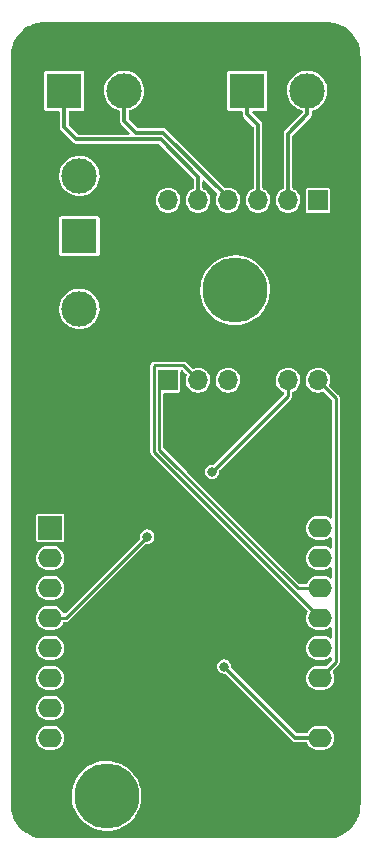
<source format=gbr>
%TF.GenerationSoftware,KiCad,Pcbnew,(6.0.6-0)*%
%TF.CreationDate,2023-03-25T13:57:32+01:00*%
%TF.ProjectId,bubblebutbot,62756262-6c65-4627-9574-626f742e6b69,rev?*%
%TF.SameCoordinates,Original*%
%TF.FileFunction,Copper,L2,Bot*%
%TF.FilePolarity,Positive*%
%FSLAX46Y46*%
G04 Gerber Fmt 4.6, Leading zero omitted, Abs format (unit mm)*
G04 Created by KiCad (PCBNEW (6.0.6-0)) date 2023-03-25 13:57:32*
%MOMM*%
%LPD*%
G01*
G04 APERTURE LIST*
%TA.AperFunction,ComponentPad*%
%ADD10C,3.000000*%
%TD*%
%TA.AperFunction,ComponentPad*%
%ADD11R,3.000000X3.000000*%
%TD*%
%TA.AperFunction,ComponentPad*%
%ADD12O,1.700000X1.700000*%
%TD*%
%TA.AperFunction,ComponentPad*%
%ADD13R,1.700000X1.700000*%
%TD*%
%TA.AperFunction,ComponentPad*%
%ADD14C,5.500000*%
%TD*%
%TA.AperFunction,ComponentPad*%
%ADD15R,2.000000X2.000000*%
%TD*%
%TA.AperFunction,ComponentPad*%
%ADD16O,2.000000X1.600000*%
%TD*%
%TA.AperFunction,ViaPad*%
%ADD17C,0.800000*%
%TD*%
%TA.AperFunction,Conductor*%
%ADD18C,0.350000*%
%TD*%
%TA.AperFunction,Conductor*%
%ADD19C,0.250000*%
%TD*%
G04 APERTURE END LIST*
D10*
%TO.P,J6,2,Pin_2*%
%TO.N,SPLY*%
X157000000Y-87210000D03*
D11*
%TO.P,J6,1,Pin_1*%
%TO.N,SERVO_PWM*%
X157000000Y-92290000D03*
%TD*%
D12*
%TO.P,J4,6,Pin_6*%
%TO.N,IN4*%
X177200000Y-104500000D03*
%TO.P,J4,5,Pin_5*%
%TO.N,IN3*%
X174660000Y-104500000D03*
%TO.P,J4,4,Pin_4*%
%TO.N,GND*%
X172120000Y-104500000D03*
%TO.P,J4,3,Pin_3*%
%TO.N,SPLY*%
X169580000Y-104500000D03*
%TO.P,J4,2,Pin_2*%
%TO.N,IN2*%
X167040000Y-104500000D03*
D13*
%TO.P,J4,1,Pin_1*%
%TO.N,IN1*%
X164500000Y-104500000D03*
%TD*%
D14*
%TO.P,H2,1*%
%TO.N,N/C*%
X159300000Y-139700000D03*
%TD*%
%TO.P,H1,1*%
%TO.N,N/C*%
X170180800Y-96887500D03*
%TD*%
D11*
%TO.P,J5,1,Pin_1*%
%TO.N,GND*%
X157000000Y-103540000D03*
D10*
%TO.P,J5,2,Pin_2*%
%TO.N,Net-(D1-Pad2)*%
X157000000Y-98460000D03*
%TD*%
D11*
%TO.P,J1,1,Pin_1*%
%TO.N,Net-(J1-Pad1)*%
X171210000Y-80000000D03*
D10*
%TO.P,J1,2,Pin_2*%
%TO.N,Net-(J1-Pad2)*%
X176290000Y-80000000D03*
%TD*%
D11*
%TO.P,J2,1,Pin_1*%
%TO.N,Net-(J2-Pad1)*%
X155710000Y-80000000D03*
D10*
%TO.P,J2,2,Pin_2*%
%TO.N,Net-(J2-Pad2)*%
X160790000Y-80000000D03*
%TD*%
D12*
%TO.P,J3,6,Pin_6*%
%TO.N,unconnected-(J3-Pad6)*%
X164500000Y-89275000D03*
%TO.P,J3,5,Pin_5*%
%TO.N,Net-(J2-Pad1)*%
X167040000Y-89275000D03*
%TO.P,J3,4,Pin_4*%
%TO.N,Net-(J2-Pad2)*%
X169580000Y-89275000D03*
%TO.P,J3,3,Pin_3*%
%TO.N,Net-(J1-Pad1)*%
X172120000Y-89275000D03*
%TO.P,J3,2,Pin_2*%
%TO.N,Net-(J1-Pad2)*%
X174660000Y-89275000D03*
D13*
%TO.P,J3,1,Pin_1*%
%TO.N,unconnected-(J3-Pad1)*%
X177200000Y-89275000D03*
%TD*%
D15*
%TO.P,U1,1,~{RST}*%
%TO.N,unconnected-(U1-Pad1)*%
X154520000Y-117000000D03*
D16*
%TO.P,U1,2,A0*%
%TO.N,BATTERY_LVL*%
X154520000Y-119540000D03*
%TO.P,U1,3,D0*%
%TO.N,unconnected-(U1-Pad3)*%
X154520000Y-122080000D03*
%TO.P,U1,4,SCK/D5*%
%TO.N,IN3*%
X154520000Y-124620000D03*
%TO.P,U1,5,MISO/D6*%
%TO.N,SERVO_PWM*%
X154520000Y-127160000D03*
%TO.P,U1,6,MOSI/D7*%
%TO.N,Net-(U1-Pad6)*%
X154520000Y-129700000D03*
%TO.P,U1,7,CS/D8*%
%TO.N,unconnected-(U1-Pad7)*%
X154520000Y-132240000D03*
%TO.P,U1,8,3V3*%
%TO.N,unconnected-(U1-Pad8)*%
X154520000Y-134780000D03*
%TO.P,U1,9,5V*%
%TO.N,WEMOS_USB_POWER*%
X177380000Y-134780000D03*
%TO.P,U1,10,GND*%
%TO.N,GND*%
X177380000Y-132240000D03*
%TO.P,U1,11,D4*%
%TO.N,IN4*%
X177380000Y-129700000D03*
%TO.P,U1,12,D3*%
%TO.N,unconnected-(U1-Pad12)*%
X177380000Y-127160000D03*
%TO.P,U1,13,SDA/D2*%
%TO.N,IN2*%
X177380000Y-124620000D03*
%TO.P,U1,14,SCL/D1*%
%TO.N,IN1*%
X177380000Y-122080000D03*
%TO.P,U1,15,RX*%
%TO.N,unconnected-(U1-Pad15)*%
X177380000Y-119540000D03*
%TO.P,U1,16,TX*%
%TO.N,unconnected-(U1-Pad16)*%
X177380000Y-117000000D03*
%TD*%
D17*
%TO.N,IN3*%
X162750000Y-117750000D03*
X168250000Y-112250000D03*
%TO.N,WEMOS_USB_POWER*%
X169250000Y-128750000D03*
%TD*%
D18*
%TO.N,Net-(J2-Pad2)*%
X169580000Y-89275000D02*
X169580000Y-89025000D01*
X169580000Y-89025000D02*
X164099128Y-83544128D01*
X164099128Y-83544128D02*
X161794128Y-83544128D01*
X161794128Y-83544128D02*
X160790000Y-82540000D01*
X160790000Y-82540000D02*
X160790000Y-80000000D01*
%TO.N,Net-(J2-Pad1)*%
X156734128Y-84094128D02*
X155710000Y-83070000D01*
X155710000Y-83070000D02*
X155710000Y-80000000D01*
D19*
%TO.N,IN1*%
X177380000Y-122080000D02*
X175476396Y-122080000D01*
X175476396Y-122080000D02*
X163775000Y-110378604D01*
X163775000Y-110378604D02*
X163775000Y-105225000D01*
X163775000Y-105225000D02*
X164500000Y-104500000D01*
D18*
%TO.N,Net-(J1-Pad2)*%
X174660000Y-89025000D02*
X174660000Y-83630000D01*
X174660000Y-83630000D02*
X176290000Y-82000000D01*
X176290000Y-82000000D02*
X176290000Y-80000000D01*
%TO.N,Net-(J1-Pad1)*%
X172120000Y-82910000D02*
X171210000Y-82000000D01*
X171210000Y-82000000D02*
X171210000Y-80000000D01*
D19*
%TO.N,IN3*%
X174660000Y-105840000D02*
X168250000Y-112250000D01*
X174660000Y-104500000D02*
X174660000Y-105840000D01*
X162750000Y-117750000D02*
X155880000Y-124620000D01*
X155880000Y-124620000D02*
X154520000Y-124620000D01*
%TO.N,IN2*%
X177380000Y-124620000D02*
X163325000Y-110565000D01*
X163325000Y-110565000D02*
X163325000Y-103325000D01*
X163325000Y-103325000D02*
X163400000Y-103250000D01*
X163400000Y-103250000D02*
X165790000Y-103250000D01*
X165790000Y-103250000D02*
X167040000Y-104500000D01*
%TO.N,IN4*%
X177380000Y-129700000D02*
X178705000Y-128375000D01*
X178705000Y-128375000D02*
X178705000Y-106005000D01*
X178705000Y-106005000D02*
X177200000Y-104500000D01*
D18*
%TO.N,Net-(J2-Pad1)*%
X156734128Y-84094128D02*
X163871310Y-84094128D01*
X163871310Y-84094128D02*
X167040000Y-87262818D01*
X167040000Y-87262818D02*
X167040000Y-89025000D01*
%TO.N,Net-(J1-Pad1)*%
X172120000Y-89025000D02*
X172120000Y-82910000D01*
%TO.N,WEMOS_USB_POWER*%
X175280000Y-134780000D02*
X177380000Y-134780000D01*
X169250000Y-128750000D02*
X175280000Y-134780000D01*
%TD*%
%TA.AperFunction,Conductor*%
%TO.N,GND*%
G36*
X177980242Y-74202466D02*
G01*
X177985811Y-74202476D01*
X177999641Y-74205656D01*
X178013481Y-74202524D01*
X178027670Y-74202549D01*
X178027669Y-74203161D01*
X178035608Y-74202500D01*
X178185047Y-74210892D01*
X178306384Y-74217706D01*
X178320416Y-74219287D01*
X178615972Y-74269504D01*
X178629743Y-74272647D01*
X178917820Y-74355641D01*
X178931151Y-74360306D01*
X179208125Y-74475032D01*
X179220848Y-74481159D01*
X179332841Y-74543056D01*
X179483228Y-74626172D01*
X179495192Y-74633689D01*
X179739691Y-74807170D01*
X179750738Y-74815980D01*
X179974269Y-75015740D01*
X179984260Y-75025731D01*
X180184020Y-75249262D01*
X180192830Y-75260309D01*
X180366311Y-75504808D01*
X180373828Y-75516772D01*
X180518839Y-75779148D01*
X180524970Y-75791879D01*
X180639692Y-76068843D01*
X180644359Y-76082180D01*
X180727353Y-76370257D01*
X180730496Y-76384028D01*
X180778235Y-76664998D01*
X180780712Y-76679579D01*
X180782294Y-76693620D01*
X180797469Y-76963825D01*
X180796803Y-76971621D01*
X180797549Y-76971622D01*
X180797524Y-76985813D01*
X180794344Y-76999641D01*
X180797475Y-77013480D01*
X180797467Y-77018311D01*
X180799500Y-77036504D01*
X180799500Y-140462920D01*
X180797534Y-140480242D01*
X180797524Y-140485811D01*
X180794344Y-140499641D01*
X180797476Y-140513481D01*
X180797451Y-140527670D01*
X180796839Y-140527669D01*
X180797500Y-140535608D01*
X180782294Y-140806380D01*
X180780713Y-140820416D01*
X180762040Y-140930318D01*
X180730497Y-141115968D01*
X180727353Y-141129743D01*
X180644359Y-141417820D01*
X180639694Y-141431151D01*
X180626857Y-141462143D01*
X180524970Y-141708121D01*
X180518839Y-141720852D01*
X180373828Y-141983228D01*
X180366311Y-141995192D01*
X180192830Y-142239691D01*
X180184020Y-142250738D01*
X179984260Y-142474269D01*
X179974269Y-142484260D01*
X179750738Y-142684020D01*
X179739691Y-142692830D01*
X179495192Y-142866311D01*
X179483228Y-142873828D01*
X179468987Y-142881699D01*
X179220848Y-143018841D01*
X179208125Y-143024968D01*
X178931151Y-143139694D01*
X178917820Y-143144359D01*
X178629743Y-143227353D01*
X178615972Y-143230496D01*
X178320416Y-143280713D01*
X178306384Y-143282294D01*
X178036172Y-143297469D01*
X178028379Y-143296803D01*
X178028378Y-143297549D01*
X178014187Y-143297524D01*
X178000359Y-143294344D01*
X177986520Y-143297475D01*
X177981689Y-143297467D01*
X177963496Y-143299500D01*
X154037080Y-143299500D01*
X154019758Y-143297534D01*
X154014189Y-143297524D01*
X154000359Y-143294344D01*
X153986519Y-143297476D01*
X153972330Y-143297451D01*
X153972331Y-143296839D01*
X153964392Y-143297500D01*
X153814953Y-143289108D01*
X153693616Y-143282294D01*
X153679584Y-143280713D01*
X153384028Y-143230496D01*
X153370257Y-143227353D01*
X153082180Y-143144359D01*
X153068849Y-143139694D01*
X152791875Y-143024968D01*
X152779152Y-143018841D01*
X152531013Y-142881699D01*
X152516772Y-142873828D01*
X152504808Y-142866311D01*
X152260309Y-142692830D01*
X152249262Y-142684020D01*
X152025731Y-142484260D01*
X152015740Y-142474269D01*
X151815980Y-142250738D01*
X151807170Y-142239691D01*
X151633689Y-141995192D01*
X151626172Y-141983228D01*
X151481161Y-141720852D01*
X151475030Y-141708121D01*
X151373143Y-141462143D01*
X151360306Y-141431151D01*
X151355641Y-141417820D01*
X151272647Y-141129743D01*
X151269503Y-141115968D01*
X151237960Y-140930318D01*
X151219287Y-140820416D01*
X151217706Y-140806380D01*
X151202548Y-140536456D01*
X151204382Y-140514897D01*
X151203227Y-140514764D01*
X151204043Y-140507674D01*
X151205655Y-140500718D01*
X151205656Y-140500000D01*
X151203654Y-140491225D01*
X151200500Y-140463210D01*
X151200500Y-139607166D01*
X156345958Y-139607166D01*
X156354865Y-139947310D01*
X156402809Y-140284176D01*
X156489152Y-140613300D01*
X156612753Y-140930318D01*
X156771971Y-141231029D01*
X156774021Y-141234012D01*
X156774023Y-141234015D01*
X156962640Y-141508455D01*
X156962646Y-141508462D01*
X156964697Y-141511447D01*
X157188376Y-141767855D01*
X157440044Y-141996855D01*
X157716364Y-142195411D01*
X158013674Y-142360892D01*
X158328035Y-142491104D01*
X158331529Y-142492099D01*
X158331531Y-142492100D01*
X158651777Y-142583325D01*
X158651782Y-142583326D01*
X158655278Y-142584322D01*
X158848204Y-142615915D01*
X158987485Y-142638723D01*
X158987492Y-142638724D01*
X158991066Y-142639309D01*
X159161008Y-142647324D01*
X159327322Y-142655167D01*
X159327323Y-142655167D01*
X159330949Y-142655338D01*
X159340272Y-142654702D01*
X159666791Y-142632443D01*
X159666799Y-142632442D01*
X159670422Y-142632195D01*
X159673998Y-142631532D01*
X159674000Y-142631532D01*
X160001421Y-142570848D01*
X160001425Y-142570847D01*
X160004986Y-142570187D01*
X160330205Y-142470137D01*
X160641769Y-142333370D01*
X160935549Y-142161699D01*
X160938458Y-142159515D01*
X161204743Y-141959582D01*
X161204747Y-141959579D01*
X161207650Y-141957399D01*
X161454467Y-141723179D01*
X161672727Y-141462143D01*
X161822579Y-141234015D01*
X161857551Y-141180776D01*
X161857556Y-141180767D01*
X161859538Y-141177750D01*
X161985685Y-140926936D01*
X162010797Y-140877007D01*
X162010800Y-140876999D01*
X162012424Y-140873771D01*
X162013669Y-140870369D01*
X162128110Y-140557645D01*
X162128113Y-140557635D01*
X162129358Y-140554233D01*
X162130203Y-140550711D01*
X162130206Y-140550703D01*
X162207943Y-140226903D01*
X162207944Y-140226899D01*
X162208790Y-140223374D01*
X162241763Y-139950901D01*
X162249332Y-139888356D01*
X162249333Y-139888349D01*
X162249668Y-139885577D01*
X162255500Y-139700000D01*
X162250147Y-139607166D01*
X162236122Y-139363923D01*
X162236121Y-139363918D01*
X162235913Y-139360303D01*
X162177412Y-139025109D01*
X162151793Y-138938618D01*
X162081805Y-138702345D01*
X162080773Y-138698860D01*
X162043728Y-138612008D01*
X161948699Y-138389218D01*
X161947276Y-138385881D01*
X161778691Y-138090319D01*
X161577252Y-137816093D01*
X161345629Y-137566838D01*
X161342875Y-137564486D01*
X161342871Y-137564482D01*
X161247831Y-137483310D01*
X161086893Y-137345856D01*
X161083890Y-137343838D01*
X161083882Y-137343832D01*
X160908072Y-137225694D01*
X160804472Y-137156077D01*
X160502110Y-137000016D01*
X160183815Y-136879743D01*
X159853805Y-136796850D01*
X159711627Y-136778132D01*
X159520059Y-136752911D01*
X159520051Y-136752910D01*
X159516455Y-136752437D01*
X159374428Y-136750206D01*
X159179879Y-136747149D01*
X159179875Y-136747149D01*
X159176237Y-136747092D01*
X159172623Y-136747453D01*
X159172617Y-136747453D01*
X158935277Y-136771143D01*
X158837658Y-136780887D01*
X158505207Y-136853373D01*
X158501780Y-136854546D01*
X158501774Y-136854548D01*
X158186718Y-136962416D01*
X158183292Y-136963589D01*
X157876177Y-137110076D01*
X157587934Y-137290890D01*
X157585098Y-137293162D01*
X157585091Y-137293167D01*
X157430760Y-137416809D01*
X157322384Y-137503635D01*
X157083047Y-137745493D01*
X157080811Y-137748345D01*
X157080809Y-137748347D01*
X156875331Y-138010403D01*
X156873094Y-138013256D01*
X156695308Y-138303376D01*
X156693783Y-138306661D01*
X156693781Y-138306665D01*
X156584394Y-138542320D01*
X156552046Y-138612008D01*
X156445206Y-138935060D01*
X156376206Y-139268252D01*
X156345958Y-139607166D01*
X151200500Y-139607166D01*
X151200500Y-134829126D01*
X153315541Y-134829126D01*
X153345935Y-135030097D01*
X153416119Y-135220852D01*
X153419479Y-135226272D01*
X153419480Y-135226273D01*
X153519863Y-135388176D01*
X153519866Y-135388180D01*
X153523226Y-135393599D01*
X153662881Y-135541280D01*
X153829379Y-135657863D01*
X154015919Y-135738586D01*
X154061947Y-135748202D01*
X154210144Y-135779162D01*
X154210149Y-135779163D01*
X154214880Y-135780151D01*
X154219762Y-135780407D01*
X154219871Y-135780413D01*
X154219887Y-135780413D01*
X154221539Y-135780500D01*
X154770800Y-135780500D01*
X154818793Y-135775625D01*
X154915868Y-135765765D01*
X154915870Y-135765765D01*
X154922216Y-135765120D01*
X155116172Y-135704338D01*
X155293944Y-135605797D01*
X155448271Y-135473523D01*
X155572848Y-135312919D01*
X155650542Y-135155023D01*
X155659769Y-135136272D01*
X155662587Y-135130545D01*
X155664846Y-135121872D01*
X155712212Y-134940034D01*
X155712212Y-134940031D01*
X155713822Y-134933852D01*
X155724459Y-134730874D01*
X155694065Y-134529903D01*
X155623881Y-134339148D01*
X155620520Y-134333727D01*
X155520137Y-134171824D01*
X155520134Y-134171820D01*
X155516774Y-134166401D01*
X155377119Y-134018720D01*
X155210621Y-133902137D01*
X155024081Y-133821414D01*
X154978053Y-133811798D01*
X154829856Y-133780838D01*
X154829851Y-133780837D01*
X154825120Y-133779849D01*
X154820238Y-133779593D01*
X154820129Y-133779587D01*
X154820113Y-133779587D01*
X154818461Y-133779500D01*
X154269200Y-133779500D01*
X154221207Y-133784375D01*
X154124132Y-133794235D01*
X154124130Y-133794235D01*
X154117784Y-133794880D01*
X153923828Y-133855662D01*
X153746056Y-133954203D01*
X153591729Y-134086477D01*
X153467152Y-134247081D01*
X153377413Y-134429455D01*
X153375804Y-134435633D01*
X153375803Y-134435635D01*
X153349603Y-134536220D01*
X153326178Y-134626148D01*
X153315541Y-134829126D01*
X151200500Y-134829126D01*
X151200500Y-132289126D01*
X153315541Y-132289126D01*
X153345935Y-132490097D01*
X153416119Y-132680852D01*
X153419479Y-132686272D01*
X153419480Y-132686273D01*
X153519863Y-132848176D01*
X153519866Y-132848180D01*
X153523226Y-132853599D01*
X153662881Y-133001280D01*
X153829379Y-133117863D01*
X154015919Y-133198586D01*
X154061947Y-133208202D01*
X154210144Y-133239162D01*
X154210149Y-133239163D01*
X154214880Y-133240151D01*
X154219762Y-133240407D01*
X154219871Y-133240413D01*
X154219887Y-133240413D01*
X154221539Y-133240500D01*
X154770800Y-133240500D01*
X154818793Y-133235625D01*
X154915868Y-133225765D01*
X154915870Y-133225765D01*
X154922216Y-133225120D01*
X155116172Y-133164338D01*
X155293944Y-133065797D01*
X155448271Y-132933523D01*
X155572848Y-132772919D01*
X155662587Y-132590545D01*
X155688752Y-132490097D01*
X155712212Y-132400034D01*
X155712212Y-132400031D01*
X155713822Y-132393852D01*
X155724459Y-132190874D01*
X155694065Y-131989903D01*
X155623881Y-131799148D01*
X155570345Y-131712802D01*
X155520137Y-131631824D01*
X155520134Y-131631820D01*
X155516774Y-131626401D01*
X155377119Y-131478720D01*
X155210621Y-131362137D01*
X155024081Y-131281414D01*
X154978053Y-131271798D01*
X154829856Y-131240838D01*
X154829851Y-131240837D01*
X154825120Y-131239849D01*
X154820238Y-131239593D01*
X154820129Y-131239587D01*
X154820113Y-131239587D01*
X154818461Y-131239500D01*
X154269200Y-131239500D01*
X154221207Y-131244375D01*
X154124132Y-131254235D01*
X154124130Y-131254235D01*
X154117784Y-131254880D01*
X153923828Y-131315662D01*
X153746056Y-131414203D01*
X153591729Y-131546477D01*
X153467152Y-131707081D01*
X153377413Y-131889455D01*
X153375804Y-131895633D01*
X153375803Y-131895635D01*
X153349603Y-131996220D01*
X153326178Y-132086148D01*
X153315541Y-132289126D01*
X151200500Y-132289126D01*
X151200500Y-129749126D01*
X153315541Y-129749126D01*
X153345935Y-129950097D01*
X153416119Y-130140852D01*
X153419479Y-130146272D01*
X153419480Y-130146273D01*
X153519863Y-130308176D01*
X153519866Y-130308180D01*
X153523226Y-130313599D01*
X153662881Y-130461280D01*
X153829379Y-130577863D01*
X154015919Y-130658586D01*
X154061947Y-130668202D01*
X154210144Y-130699162D01*
X154210149Y-130699163D01*
X154214880Y-130700151D01*
X154219762Y-130700407D01*
X154219871Y-130700413D01*
X154219887Y-130700413D01*
X154221539Y-130700500D01*
X154770800Y-130700500D01*
X154818793Y-130695625D01*
X154915868Y-130685765D01*
X154915870Y-130685765D01*
X154922216Y-130685120D01*
X155116172Y-130624338D01*
X155293944Y-130525797D01*
X155448271Y-130393523D01*
X155572848Y-130232919D01*
X155662587Y-130050545D01*
X155688752Y-129950097D01*
X155712212Y-129860034D01*
X155712212Y-129860031D01*
X155713822Y-129853852D01*
X155724459Y-129650874D01*
X155694065Y-129449903D01*
X155623881Y-129259148D01*
X155576857Y-129183305D01*
X155520137Y-129091824D01*
X155520134Y-129091820D01*
X155516774Y-129086401D01*
X155377119Y-128938720D01*
X155210621Y-128822137D01*
X155043922Y-128750000D01*
X168644318Y-128750000D01*
X168664956Y-128906762D01*
X168725464Y-129052841D01*
X168821718Y-129178282D01*
X168947159Y-129274536D01*
X169093238Y-129335044D01*
X169250000Y-129355682D01*
X169258188Y-129354604D01*
X169266446Y-129354604D01*
X169266446Y-129356995D01*
X169324495Y-129366043D01*
X169359898Y-129390935D01*
X172251706Y-132282744D01*
X174976654Y-135007692D01*
X174991367Y-135025909D01*
X174992778Y-135027460D01*
X174998428Y-135036210D01*
X175006608Y-135042658D01*
X175006610Y-135042661D01*
X175024461Y-135056734D01*
X175028835Y-135060621D01*
X175028901Y-135060543D01*
X175032860Y-135063898D01*
X175036538Y-135067576D01*
X175040762Y-135070595D01*
X175040771Y-135070602D01*
X175052074Y-135078679D01*
X175056820Y-135082243D01*
X175096600Y-135113603D01*
X175105148Y-135116605D01*
X175112519Y-135121872D01*
X175122492Y-135124855D01*
X175122495Y-135124856D01*
X175161083Y-135136396D01*
X175166730Y-135138231D01*
X175207064Y-135152395D01*
X175207065Y-135152395D01*
X175214548Y-135155023D01*
X175220055Y-135155500D01*
X175222762Y-135155500D01*
X175225332Y-135155611D01*
X175225494Y-135155659D01*
X175225488Y-135155804D01*
X175226108Y-135155843D01*
X175232287Y-135157691D01*
X175285581Y-135155597D01*
X175290527Y-135155500D01*
X176166229Y-135155500D01*
X176234350Y-135175502D01*
X176275180Y-135221434D01*
X176276119Y-135220852D01*
X176279484Y-135226279D01*
X176379863Y-135388176D01*
X176379866Y-135388180D01*
X176383226Y-135393599D01*
X176522881Y-135541280D01*
X176689379Y-135657863D01*
X176875919Y-135738586D01*
X176921947Y-135748202D01*
X177070144Y-135779162D01*
X177070149Y-135779163D01*
X177074880Y-135780151D01*
X177079762Y-135780407D01*
X177079871Y-135780413D01*
X177079887Y-135780413D01*
X177081539Y-135780500D01*
X177630800Y-135780500D01*
X177678793Y-135775625D01*
X177775868Y-135765765D01*
X177775870Y-135765765D01*
X177782216Y-135765120D01*
X177976172Y-135704338D01*
X178153944Y-135605797D01*
X178308271Y-135473523D01*
X178432848Y-135312919D01*
X178510542Y-135155023D01*
X178519769Y-135136272D01*
X178522587Y-135130545D01*
X178524846Y-135121872D01*
X178572212Y-134940034D01*
X178572212Y-134940031D01*
X178573822Y-134933852D01*
X178584459Y-134730874D01*
X178554065Y-134529903D01*
X178483881Y-134339148D01*
X178480520Y-134333727D01*
X178380137Y-134171824D01*
X178380134Y-134171820D01*
X178376774Y-134166401D01*
X178237119Y-134018720D01*
X178070621Y-133902137D01*
X177884081Y-133821414D01*
X177838053Y-133811798D01*
X177689856Y-133780838D01*
X177689851Y-133780837D01*
X177685120Y-133779849D01*
X177680238Y-133779593D01*
X177680129Y-133779587D01*
X177680113Y-133779587D01*
X177678461Y-133779500D01*
X177129200Y-133779500D01*
X177081207Y-133784375D01*
X176984132Y-133794235D01*
X176984130Y-133794235D01*
X176977784Y-133794880D01*
X176783828Y-133855662D01*
X176606056Y-133954203D01*
X176451729Y-134086477D01*
X176447822Y-134091514D01*
X176447820Y-134091516D01*
X176331064Y-134242037D01*
X176331062Y-134242040D01*
X176327152Y-134247081D01*
X176324334Y-134252807D01*
X176324332Y-134252811D01*
X176284318Y-134334130D01*
X176236295Y-134386421D01*
X176171264Y-134404500D01*
X175487727Y-134404500D01*
X175419606Y-134384498D01*
X175398632Y-134367595D01*
X169890935Y-128859898D01*
X169856909Y-128797586D01*
X169855613Y-128766446D01*
X169854604Y-128766446D01*
X169854604Y-128758188D01*
X169855682Y-128750000D01*
X169835044Y-128593238D01*
X169774536Y-128447159D01*
X169678282Y-128321718D01*
X169552841Y-128225464D01*
X169406762Y-128164956D01*
X169250000Y-128144318D01*
X169093238Y-128164956D01*
X168947159Y-128225464D01*
X168821718Y-128321718D01*
X168725464Y-128447159D01*
X168664956Y-128593238D01*
X168644318Y-128750000D01*
X155043922Y-128750000D01*
X155024081Y-128741414D01*
X154951543Y-128726260D01*
X154829856Y-128700838D01*
X154829851Y-128700837D01*
X154825120Y-128699849D01*
X154820238Y-128699593D01*
X154820129Y-128699587D01*
X154820113Y-128699587D01*
X154818461Y-128699500D01*
X154269200Y-128699500D01*
X154256018Y-128700839D01*
X154124132Y-128714235D01*
X154124130Y-128714235D01*
X154117784Y-128714880D01*
X153923828Y-128775662D01*
X153746056Y-128874203D01*
X153591729Y-129006477D01*
X153467152Y-129167081D01*
X153377413Y-129349455D01*
X153375804Y-129355633D01*
X153375803Y-129355635D01*
X153349603Y-129456220D01*
X153326178Y-129546148D01*
X153315541Y-129749126D01*
X151200500Y-129749126D01*
X151200500Y-127209126D01*
X153315541Y-127209126D01*
X153345935Y-127410097D01*
X153416119Y-127600852D01*
X153419479Y-127606272D01*
X153419480Y-127606273D01*
X153519863Y-127768176D01*
X153519866Y-127768180D01*
X153523226Y-127773599D01*
X153662881Y-127921280D01*
X153829379Y-128037863D01*
X154015919Y-128118586D01*
X154061947Y-128128202D01*
X154210144Y-128159162D01*
X154210149Y-128159163D01*
X154214880Y-128160151D01*
X154219762Y-128160407D01*
X154219871Y-128160413D01*
X154219887Y-128160413D01*
X154221539Y-128160500D01*
X154770800Y-128160500D01*
X154818793Y-128155625D01*
X154915868Y-128145765D01*
X154915870Y-128145765D01*
X154922216Y-128145120D01*
X155116172Y-128084338D01*
X155293944Y-127985797D01*
X155448271Y-127853523D01*
X155572848Y-127692919D01*
X155662587Y-127510545D01*
X155688752Y-127410097D01*
X155712212Y-127320034D01*
X155712212Y-127320031D01*
X155713822Y-127313852D01*
X155724459Y-127110874D01*
X155694065Y-126909903D01*
X155623881Y-126719148D01*
X155570345Y-126632802D01*
X155520137Y-126551824D01*
X155520134Y-126551820D01*
X155516774Y-126546401D01*
X155377119Y-126398720D01*
X155210621Y-126282137D01*
X155024081Y-126201414D01*
X154978053Y-126191798D01*
X154829856Y-126160838D01*
X154829851Y-126160837D01*
X154825120Y-126159849D01*
X154820238Y-126159593D01*
X154820129Y-126159587D01*
X154820113Y-126159587D01*
X154818461Y-126159500D01*
X154269200Y-126159500D01*
X154221207Y-126164375D01*
X154124132Y-126174235D01*
X154124130Y-126174235D01*
X154117784Y-126174880D01*
X153923828Y-126235662D01*
X153746056Y-126334203D01*
X153591729Y-126466477D01*
X153467152Y-126627081D01*
X153377413Y-126809455D01*
X153375804Y-126815633D01*
X153375803Y-126815635D01*
X153349603Y-126916220D01*
X153326178Y-127006148D01*
X153315541Y-127209126D01*
X151200500Y-127209126D01*
X151200500Y-124669126D01*
X153315541Y-124669126D01*
X153345935Y-124870097D01*
X153416119Y-125060852D01*
X153419479Y-125066272D01*
X153419480Y-125066273D01*
X153519863Y-125228176D01*
X153519866Y-125228180D01*
X153523226Y-125233599D01*
X153662881Y-125381280D01*
X153829379Y-125497863D01*
X154015919Y-125578586D01*
X154061947Y-125588202D01*
X154210144Y-125619162D01*
X154210149Y-125619163D01*
X154214880Y-125620151D01*
X154219762Y-125620407D01*
X154219871Y-125620413D01*
X154219887Y-125620413D01*
X154221539Y-125620500D01*
X154770800Y-125620500D01*
X154818793Y-125615625D01*
X154915868Y-125605765D01*
X154915870Y-125605765D01*
X154922216Y-125605120D01*
X155116172Y-125544338D01*
X155293944Y-125445797D01*
X155448271Y-125313523D01*
X155572848Y-125152919D01*
X155621098Y-125054863D01*
X155640284Y-125015871D01*
X155688307Y-124963580D01*
X155753339Y-124945500D01*
X155860290Y-124945500D01*
X155871272Y-124945980D01*
X155897820Y-124948303D01*
X155897822Y-124948303D01*
X155908807Y-124949264D01*
X155945215Y-124939508D01*
X155955942Y-124937130D01*
X155959301Y-124936538D01*
X155993045Y-124930588D01*
X156002590Y-124925077D01*
X156005866Y-124923885D01*
X156009034Y-124922408D01*
X156019684Y-124919554D01*
X156050544Y-124897945D01*
X156059815Y-124892039D01*
X156082906Y-124878707D01*
X156092455Y-124873194D01*
X156116685Y-124844317D01*
X156124111Y-124836215D01*
X162577618Y-118382709D01*
X162639930Y-118348683D01*
X162683158Y-118346882D01*
X162750000Y-118355682D01*
X162758188Y-118354604D01*
X162898574Y-118336122D01*
X162906762Y-118335044D01*
X163052841Y-118274536D01*
X163178282Y-118178282D01*
X163274536Y-118052841D01*
X163335044Y-117906762D01*
X163343983Y-117838867D01*
X163354604Y-117758188D01*
X163354604Y-117758187D01*
X163355682Y-117750000D01*
X163335044Y-117593238D01*
X163274536Y-117447159D01*
X163178282Y-117321718D01*
X163052841Y-117225464D01*
X162906762Y-117164956D01*
X162750000Y-117144318D01*
X162593238Y-117164956D01*
X162447159Y-117225464D01*
X162321718Y-117321718D01*
X162225464Y-117447159D01*
X162164956Y-117593238D01*
X162144318Y-117750000D01*
X162152316Y-117810747D01*
X162153118Y-117816840D01*
X162142179Y-117886989D01*
X162117291Y-117922382D01*
X158958836Y-121080838D01*
X155825886Y-124213788D01*
X155763574Y-124247814D01*
X155692759Y-124242749D01*
X155635923Y-124200202D01*
X155625114Y-124182500D01*
X155623881Y-124179148D01*
X155620516Y-124173720D01*
X155520137Y-124011824D01*
X155520134Y-124011820D01*
X155516774Y-124006401D01*
X155377119Y-123858720D01*
X155210621Y-123742137D01*
X155024081Y-123661414D01*
X154978053Y-123651798D01*
X154829856Y-123620838D01*
X154829851Y-123620837D01*
X154825120Y-123619849D01*
X154820238Y-123619593D01*
X154820129Y-123619587D01*
X154820113Y-123619587D01*
X154818461Y-123619500D01*
X154269200Y-123619500D01*
X154221207Y-123624375D01*
X154124132Y-123634235D01*
X154124130Y-123634235D01*
X154117784Y-123634880D01*
X153923828Y-123695662D01*
X153746056Y-123794203D01*
X153591729Y-123926477D01*
X153467152Y-124087081D01*
X153377413Y-124269455D01*
X153326178Y-124466148D01*
X153315541Y-124669126D01*
X151200500Y-124669126D01*
X151200500Y-122129126D01*
X153315541Y-122129126D01*
X153345935Y-122330097D01*
X153416119Y-122520852D01*
X153419479Y-122526272D01*
X153419480Y-122526273D01*
X153519863Y-122688176D01*
X153519866Y-122688180D01*
X153523226Y-122693599D01*
X153662881Y-122841280D01*
X153829379Y-122957863D01*
X154015919Y-123038586D01*
X154061947Y-123048202D01*
X154210144Y-123079162D01*
X154210149Y-123079163D01*
X154214880Y-123080151D01*
X154219762Y-123080407D01*
X154219871Y-123080413D01*
X154219887Y-123080413D01*
X154221539Y-123080500D01*
X154770800Y-123080500D01*
X154818793Y-123075625D01*
X154915868Y-123065765D01*
X154915870Y-123065765D01*
X154922216Y-123065120D01*
X155116172Y-123004338D01*
X155293944Y-122905797D01*
X155448271Y-122773523D01*
X155572848Y-122612919D01*
X155662587Y-122430545D01*
X155688752Y-122330097D01*
X155712212Y-122240034D01*
X155712212Y-122240031D01*
X155713822Y-122233852D01*
X155724459Y-122030874D01*
X155694065Y-121829903D01*
X155623881Y-121639148D01*
X155620520Y-121633727D01*
X155520137Y-121471824D01*
X155520134Y-121471820D01*
X155516774Y-121466401D01*
X155377119Y-121318720D01*
X155210621Y-121202137D01*
X155024081Y-121121414D01*
X154978053Y-121111798D01*
X154829856Y-121080838D01*
X154829851Y-121080837D01*
X154825120Y-121079849D01*
X154820238Y-121079593D01*
X154820129Y-121079587D01*
X154820113Y-121079587D01*
X154818461Y-121079500D01*
X154269200Y-121079500D01*
X154221207Y-121084375D01*
X154124132Y-121094235D01*
X154124130Y-121094235D01*
X154117784Y-121094880D01*
X153923828Y-121155662D01*
X153746056Y-121254203D01*
X153591729Y-121386477D01*
X153467152Y-121547081D01*
X153377413Y-121729455D01*
X153375804Y-121735633D01*
X153375803Y-121735635D01*
X153349603Y-121836220D01*
X153326178Y-121926148D01*
X153315541Y-122129126D01*
X151200500Y-122129126D01*
X151200500Y-119589126D01*
X153315541Y-119589126D01*
X153345935Y-119790097D01*
X153416119Y-119980852D01*
X153419479Y-119986272D01*
X153419480Y-119986273D01*
X153519863Y-120148176D01*
X153519866Y-120148180D01*
X153523226Y-120153599D01*
X153662881Y-120301280D01*
X153829379Y-120417863D01*
X154015919Y-120498586D01*
X154061947Y-120508202D01*
X154210144Y-120539162D01*
X154210149Y-120539163D01*
X154214880Y-120540151D01*
X154219762Y-120540407D01*
X154219871Y-120540413D01*
X154219887Y-120540413D01*
X154221539Y-120540500D01*
X154770800Y-120540500D01*
X154818793Y-120535625D01*
X154915868Y-120525765D01*
X154915870Y-120525765D01*
X154922216Y-120525120D01*
X155116172Y-120464338D01*
X155293944Y-120365797D01*
X155448271Y-120233523D01*
X155572848Y-120072919D01*
X155662587Y-119890545D01*
X155688752Y-119790097D01*
X155712212Y-119700034D01*
X155712212Y-119700031D01*
X155713822Y-119693852D01*
X155724459Y-119490874D01*
X155694065Y-119289903D01*
X155623881Y-119099148D01*
X155570345Y-119012802D01*
X155520137Y-118931824D01*
X155520134Y-118931820D01*
X155516774Y-118926401D01*
X155377119Y-118778720D01*
X155210621Y-118662137D01*
X155024081Y-118581414D01*
X154978053Y-118571798D01*
X154829856Y-118540838D01*
X154829851Y-118540837D01*
X154825120Y-118539849D01*
X154820238Y-118539593D01*
X154820129Y-118539587D01*
X154820113Y-118539587D01*
X154818461Y-118539500D01*
X154269200Y-118539500D01*
X154221207Y-118544375D01*
X154124132Y-118554235D01*
X154124130Y-118554235D01*
X154117784Y-118554880D01*
X153923828Y-118615662D01*
X153746056Y-118714203D01*
X153591729Y-118846477D01*
X153467152Y-119007081D01*
X153377413Y-119189455D01*
X153375804Y-119195633D01*
X153375803Y-119195635D01*
X153349603Y-119296220D01*
X153326178Y-119386148D01*
X153315541Y-119589126D01*
X151200500Y-119589126D01*
X151200500Y-118019748D01*
X153319500Y-118019748D01*
X153320707Y-118025816D01*
X153327386Y-118059392D01*
X153331133Y-118078231D01*
X153375448Y-118144552D01*
X153441769Y-118188867D01*
X153453938Y-118191288D01*
X153453939Y-118191288D01*
X153494184Y-118199293D01*
X153500252Y-118200500D01*
X155539748Y-118200500D01*
X155545816Y-118199293D01*
X155586061Y-118191288D01*
X155586062Y-118191288D01*
X155598231Y-118188867D01*
X155664552Y-118144552D01*
X155708867Y-118078231D01*
X155712615Y-118059392D01*
X155719293Y-118025816D01*
X155720500Y-118019748D01*
X155720500Y-115980252D01*
X155708867Y-115921769D01*
X155664552Y-115855448D01*
X155598231Y-115811133D01*
X155586062Y-115808712D01*
X155586061Y-115808712D01*
X155545816Y-115800707D01*
X155539748Y-115799500D01*
X153500252Y-115799500D01*
X153494184Y-115800707D01*
X153453939Y-115808712D01*
X153453938Y-115808712D01*
X153441769Y-115811133D01*
X153375448Y-115855448D01*
X153331133Y-115921769D01*
X153319500Y-115980252D01*
X153319500Y-118019748D01*
X151200500Y-118019748D01*
X151200500Y-110593807D01*
X162995736Y-110593807D01*
X162998590Y-110604456D01*
X163005491Y-110630210D01*
X163007870Y-110640942D01*
X163014412Y-110678045D01*
X163019923Y-110687590D01*
X163021115Y-110690866D01*
X163022592Y-110694034D01*
X163025446Y-110704684D01*
X163031770Y-110713715D01*
X163047055Y-110735544D01*
X163052961Y-110744815D01*
X163066293Y-110767906D01*
X163071806Y-110777455D01*
X163080251Y-110784541D01*
X163100682Y-110801685D01*
X163108785Y-110809111D01*
X176283022Y-123983348D01*
X176317048Y-124045660D01*
X176311983Y-124116475D01*
X176306981Y-124128073D01*
X176240234Y-124263720D01*
X176240231Y-124263728D01*
X176237413Y-124269455D01*
X176186178Y-124466148D01*
X176175541Y-124669126D01*
X176205935Y-124870097D01*
X176276119Y-125060852D01*
X176279479Y-125066272D01*
X176279480Y-125066273D01*
X176379863Y-125228176D01*
X176379866Y-125228180D01*
X176383226Y-125233599D01*
X176522881Y-125381280D01*
X176689379Y-125497863D01*
X176875919Y-125578586D01*
X176921947Y-125588202D01*
X177070144Y-125619162D01*
X177070149Y-125619163D01*
X177074880Y-125620151D01*
X177079762Y-125620407D01*
X177079871Y-125620413D01*
X177079887Y-125620413D01*
X177081539Y-125620500D01*
X177630800Y-125620500D01*
X177678793Y-125615625D01*
X177775868Y-125605765D01*
X177775870Y-125605765D01*
X177782216Y-125605120D01*
X177976172Y-125544338D01*
X178153944Y-125445797D01*
X178171504Y-125430746D01*
X178236241Y-125401603D01*
X178306459Y-125412085D01*
X178359864Y-125458867D01*
X178379500Y-125526415D01*
X178379500Y-126256372D01*
X178359498Y-126324493D01*
X178305842Y-126370986D01*
X178235568Y-126381090D01*
X178181230Y-126359585D01*
X178075856Y-126285802D01*
X178075851Y-126285799D01*
X178070621Y-126282137D01*
X177884081Y-126201414D01*
X177838053Y-126191798D01*
X177689856Y-126160838D01*
X177689851Y-126160837D01*
X177685120Y-126159849D01*
X177680238Y-126159593D01*
X177680129Y-126159587D01*
X177680113Y-126159587D01*
X177678461Y-126159500D01*
X177129200Y-126159500D01*
X177081207Y-126164375D01*
X176984132Y-126174235D01*
X176984130Y-126174235D01*
X176977784Y-126174880D01*
X176783828Y-126235662D01*
X176606056Y-126334203D01*
X176451729Y-126466477D01*
X176327152Y-126627081D01*
X176237413Y-126809455D01*
X176235804Y-126815633D01*
X176235803Y-126815635D01*
X176209603Y-126916220D01*
X176186178Y-127006148D01*
X176175541Y-127209126D01*
X176205935Y-127410097D01*
X176276119Y-127600852D01*
X176279479Y-127606272D01*
X176279480Y-127606273D01*
X176379863Y-127768176D01*
X176379866Y-127768180D01*
X176383226Y-127773599D01*
X176522881Y-127921280D01*
X176689379Y-128037863D01*
X176875919Y-128118586D01*
X176921947Y-128128202D01*
X177070144Y-128159162D01*
X177070149Y-128159163D01*
X177074880Y-128160151D01*
X177079762Y-128160407D01*
X177079871Y-128160413D01*
X177079887Y-128160413D01*
X177081539Y-128160500D01*
X177630800Y-128160500D01*
X177678793Y-128155625D01*
X177775868Y-128145765D01*
X177775870Y-128145765D01*
X177782216Y-128145120D01*
X177976172Y-128084338D01*
X178153944Y-127985797D01*
X178171504Y-127970746D01*
X178236241Y-127941603D01*
X178306459Y-127952085D01*
X178359864Y-127998867D01*
X178379500Y-128066415D01*
X178379500Y-128187984D01*
X178359498Y-128256105D01*
X178342595Y-128277079D01*
X177927440Y-128692234D01*
X177865128Y-128726260D01*
X177812579Y-128726476D01*
X177748359Y-128713060D01*
X177685120Y-128699849D01*
X177680238Y-128699593D01*
X177680129Y-128699587D01*
X177680113Y-128699587D01*
X177678461Y-128699500D01*
X177129200Y-128699500D01*
X177116018Y-128700839D01*
X176984132Y-128714235D01*
X176984130Y-128714235D01*
X176977784Y-128714880D01*
X176783828Y-128775662D01*
X176606056Y-128874203D01*
X176451729Y-129006477D01*
X176327152Y-129167081D01*
X176237413Y-129349455D01*
X176235804Y-129355633D01*
X176235803Y-129355635D01*
X176209603Y-129456220D01*
X176186178Y-129546148D01*
X176175541Y-129749126D01*
X176205935Y-129950097D01*
X176276119Y-130140852D01*
X176279479Y-130146272D01*
X176279480Y-130146273D01*
X176379863Y-130308176D01*
X176379866Y-130308180D01*
X176383226Y-130313599D01*
X176522881Y-130461280D01*
X176689379Y-130577863D01*
X176875919Y-130658586D01*
X176921947Y-130668202D01*
X177070144Y-130699162D01*
X177070149Y-130699163D01*
X177074880Y-130700151D01*
X177079762Y-130700407D01*
X177079871Y-130700413D01*
X177079887Y-130700413D01*
X177081539Y-130700500D01*
X177630800Y-130700500D01*
X177678793Y-130695625D01*
X177775868Y-130685765D01*
X177775870Y-130685765D01*
X177782216Y-130685120D01*
X177976172Y-130624338D01*
X178153944Y-130525797D01*
X178308271Y-130393523D01*
X178432848Y-130232919D01*
X178522587Y-130050545D01*
X178548752Y-129950097D01*
X178572212Y-129860034D01*
X178572212Y-129860031D01*
X178573822Y-129853852D01*
X178584459Y-129650874D01*
X178554065Y-129449903D01*
X178483881Y-129259148D01*
X178458926Y-129218899D01*
X178440030Y-129150463D01*
X178461132Y-129082675D01*
X178476918Y-129063408D01*
X178921215Y-128619111D01*
X178929319Y-128611684D01*
X178949749Y-128594541D01*
X178958194Y-128587455D01*
X178963707Y-128577906D01*
X178977039Y-128554815D01*
X178982945Y-128545544D01*
X178998230Y-128523715D01*
X179004554Y-128514684D01*
X179007408Y-128504034D01*
X179008885Y-128500866D01*
X179010077Y-128497590D01*
X179015588Y-128488045D01*
X179022130Y-128450942D01*
X179024509Y-128440210D01*
X179031410Y-128414456D01*
X179034264Y-128403807D01*
X179030980Y-128366272D01*
X179030500Y-128355290D01*
X179030500Y-106024698D01*
X179030980Y-106013716D01*
X179033302Y-105987180D01*
X179033302Y-105987178D01*
X179034263Y-105976193D01*
X179024512Y-105939803D01*
X179022132Y-105929069D01*
X179017502Y-105902812D01*
X179015588Y-105891955D01*
X179010076Y-105882407D01*
X179008883Y-105879130D01*
X179007406Y-105875962D01*
X179004553Y-105865316D01*
X178982942Y-105834452D01*
X178977038Y-105825184D01*
X178958194Y-105792545D01*
X178929330Y-105768325D01*
X178921227Y-105760900D01*
X178576388Y-105416061D01*
X178200715Y-105040389D01*
X178166690Y-104978076D01*
X178170252Y-104911521D01*
X178227404Y-104739715D01*
X178229351Y-104733863D01*
X178255171Y-104529474D01*
X178255583Y-104500000D01*
X178235480Y-104294970D01*
X178175935Y-104097749D01*
X178079218Y-103915849D01*
X177964357Y-103775016D01*
X177952906Y-103760975D01*
X177952903Y-103760972D01*
X177949011Y-103756200D01*
X177889412Y-103706895D01*
X177795025Y-103628811D01*
X177795021Y-103628809D01*
X177790275Y-103624882D01*
X177609055Y-103526897D01*
X177412254Y-103465977D01*
X177406129Y-103465333D01*
X177406128Y-103465333D01*
X177213498Y-103445087D01*
X177213496Y-103445087D01*
X177207369Y-103444443D01*
X177120529Y-103452346D01*
X177008342Y-103462555D01*
X177008339Y-103462556D01*
X177002203Y-103463114D01*
X176804572Y-103521280D01*
X176799107Y-103524137D01*
X176793828Y-103526897D01*
X176622002Y-103616726D01*
X176617201Y-103620586D01*
X176617198Y-103620588D01*
X176543563Y-103679792D01*
X176461447Y-103745815D01*
X176329024Y-103903630D01*
X176326056Y-103909028D01*
X176326053Y-103909033D01*
X176232743Y-104078765D01*
X176229776Y-104084162D01*
X176167484Y-104280532D01*
X176166798Y-104286649D01*
X176166797Y-104286653D01*
X176145207Y-104479137D01*
X176144520Y-104485262D01*
X176161759Y-104690553D01*
X176218544Y-104888586D01*
X176221359Y-104894063D01*
X176221360Y-104894066D01*
X176264535Y-104978076D01*
X176312712Y-105071818D01*
X176440677Y-105233270D01*
X176597564Y-105366791D01*
X176777398Y-105467297D01*
X176852346Y-105491649D01*
X176967471Y-105529056D01*
X176967475Y-105529057D01*
X176973329Y-105530959D01*
X177177894Y-105555351D01*
X177184029Y-105554879D01*
X177184031Y-105554879D01*
X177256625Y-105549293D01*
X177383300Y-105539546D01*
X177389230Y-105537890D01*
X177389232Y-105537890D01*
X177544451Y-105494552D01*
X177581725Y-105484145D01*
X177594717Y-105477582D01*
X177664540Y-105464720D01*
X177730231Y-105491649D01*
X177740625Y-105500951D01*
X178041762Y-105802089D01*
X178342596Y-106102923D01*
X178376621Y-106165235D01*
X178379500Y-106192018D01*
X178379500Y-116096372D01*
X178359498Y-116164493D01*
X178305842Y-116210986D01*
X178235568Y-116221090D01*
X178181230Y-116199585D01*
X178075856Y-116125802D01*
X178075852Y-116125800D01*
X178070621Y-116122137D01*
X177884081Y-116041414D01*
X177838053Y-116031798D01*
X177689856Y-116000838D01*
X177689851Y-116000837D01*
X177685120Y-115999849D01*
X177680238Y-115999593D01*
X177680129Y-115999587D01*
X177680113Y-115999587D01*
X177678461Y-115999500D01*
X177129200Y-115999500D01*
X177081207Y-116004375D01*
X176984132Y-116014235D01*
X176984130Y-116014235D01*
X176977784Y-116014880D01*
X176783828Y-116075662D01*
X176606056Y-116174203D01*
X176451729Y-116306477D01*
X176327152Y-116467081D01*
X176237413Y-116649455D01*
X176186178Y-116846148D01*
X176175541Y-117049126D01*
X176205935Y-117250097D01*
X176276119Y-117440852D01*
X176279479Y-117446272D01*
X176279480Y-117446273D01*
X176379863Y-117608176D01*
X176379866Y-117608180D01*
X176383226Y-117613599D01*
X176522881Y-117761280D01*
X176689379Y-117877863D01*
X176875919Y-117958586D01*
X176921947Y-117968202D01*
X177070144Y-117999162D01*
X177070149Y-117999163D01*
X177074880Y-118000151D01*
X177079762Y-118000407D01*
X177079871Y-118000413D01*
X177079887Y-118000413D01*
X177081539Y-118000500D01*
X177630800Y-118000500D01*
X177678793Y-117995625D01*
X177775868Y-117985765D01*
X177775870Y-117985765D01*
X177782216Y-117985120D01*
X177976172Y-117924338D01*
X178153944Y-117825797D01*
X178171504Y-117810746D01*
X178236241Y-117781603D01*
X178306459Y-117792085D01*
X178359864Y-117838867D01*
X178379500Y-117906415D01*
X178379500Y-118636372D01*
X178359498Y-118704493D01*
X178305842Y-118750986D01*
X178235568Y-118761090D01*
X178181230Y-118739585D01*
X178075856Y-118665802D01*
X178075851Y-118665799D01*
X178070621Y-118662137D01*
X177884081Y-118581414D01*
X177838053Y-118571798D01*
X177689856Y-118540838D01*
X177689851Y-118540837D01*
X177685120Y-118539849D01*
X177680238Y-118539593D01*
X177680129Y-118539587D01*
X177680113Y-118539587D01*
X177678461Y-118539500D01*
X177129200Y-118539500D01*
X177081207Y-118544375D01*
X176984132Y-118554235D01*
X176984130Y-118554235D01*
X176977784Y-118554880D01*
X176783828Y-118615662D01*
X176606056Y-118714203D01*
X176451729Y-118846477D01*
X176327152Y-119007081D01*
X176237413Y-119189455D01*
X176235804Y-119195633D01*
X176235803Y-119195635D01*
X176209603Y-119296220D01*
X176186178Y-119386148D01*
X176175541Y-119589126D01*
X176205935Y-119790097D01*
X176276119Y-119980852D01*
X176279479Y-119986272D01*
X176279480Y-119986273D01*
X176379863Y-120148176D01*
X176379866Y-120148180D01*
X176383226Y-120153599D01*
X176522881Y-120301280D01*
X176689379Y-120417863D01*
X176875919Y-120498586D01*
X176921947Y-120508202D01*
X177070144Y-120539162D01*
X177070149Y-120539163D01*
X177074880Y-120540151D01*
X177079762Y-120540407D01*
X177079871Y-120540413D01*
X177079887Y-120540413D01*
X177081539Y-120540500D01*
X177630800Y-120540500D01*
X177678793Y-120535625D01*
X177775868Y-120525765D01*
X177775870Y-120525765D01*
X177782216Y-120525120D01*
X177976172Y-120464338D01*
X178153944Y-120365797D01*
X178171504Y-120350746D01*
X178236241Y-120321603D01*
X178306459Y-120332085D01*
X178359864Y-120378867D01*
X178379500Y-120446415D01*
X178379500Y-121176372D01*
X178359498Y-121244493D01*
X178305842Y-121290986D01*
X178235568Y-121301090D01*
X178181230Y-121279585D01*
X178075856Y-121205802D01*
X178075851Y-121205799D01*
X178070621Y-121202137D01*
X177884081Y-121121414D01*
X177838053Y-121111798D01*
X177689856Y-121080838D01*
X177689851Y-121080837D01*
X177685120Y-121079849D01*
X177680238Y-121079593D01*
X177680129Y-121079587D01*
X177680113Y-121079587D01*
X177678461Y-121079500D01*
X177129200Y-121079500D01*
X177081207Y-121084375D01*
X176984132Y-121094235D01*
X176984130Y-121094235D01*
X176977784Y-121094880D01*
X176783828Y-121155662D01*
X176606056Y-121254203D01*
X176451729Y-121386477D01*
X176327152Y-121547081D01*
X176324337Y-121552802D01*
X176324335Y-121552805D01*
X176259716Y-121684129D01*
X176211693Y-121736420D01*
X176146661Y-121754500D01*
X175663412Y-121754500D01*
X175595291Y-121734498D01*
X175574317Y-121717595D01*
X166106722Y-112250000D01*
X167644318Y-112250000D01*
X167664956Y-112406762D01*
X167725464Y-112552841D01*
X167821718Y-112678282D01*
X167947159Y-112774536D01*
X168093238Y-112835044D01*
X168250000Y-112855682D01*
X168258188Y-112854604D01*
X168398574Y-112836122D01*
X168406762Y-112835044D01*
X168552841Y-112774536D01*
X168678282Y-112678282D01*
X168774536Y-112552841D01*
X168835044Y-112406762D01*
X168855682Y-112250000D01*
X168846882Y-112183157D01*
X168857821Y-112113010D01*
X168882709Y-112077617D01*
X174876215Y-106084111D01*
X174884319Y-106076684D01*
X174904749Y-106059541D01*
X174913194Y-106052455D01*
X174918707Y-106042906D01*
X174932039Y-106019815D01*
X174937945Y-106010544D01*
X174953230Y-105988715D01*
X174959554Y-105979684D01*
X174962408Y-105969034D01*
X174963885Y-105965866D01*
X174965077Y-105962590D01*
X174970588Y-105953045D01*
X174977130Y-105915942D01*
X174979509Y-105905210D01*
X174986410Y-105879456D01*
X174989264Y-105868807D01*
X174985980Y-105831272D01*
X174985500Y-105820290D01*
X174985500Y-105590062D01*
X175005502Y-105521941D01*
X175054690Y-105477596D01*
X175220113Y-105394035D01*
X175220116Y-105394033D01*
X175225610Y-105391258D01*
X175387951Y-105264424D01*
X175522564Y-105108472D01*
X175543387Y-105071818D01*
X175621276Y-104934707D01*
X175624323Y-104929344D01*
X175689351Y-104733863D01*
X175715171Y-104529474D01*
X175715583Y-104500000D01*
X175695480Y-104294970D01*
X175635935Y-104097749D01*
X175539218Y-103915849D01*
X175424357Y-103775016D01*
X175412906Y-103760975D01*
X175412903Y-103760972D01*
X175409011Y-103756200D01*
X175349412Y-103706895D01*
X175255025Y-103628811D01*
X175255021Y-103628809D01*
X175250275Y-103624882D01*
X175069055Y-103526897D01*
X174872254Y-103465977D01*
X174866129Y-103465333D01*
X174866128Y-103465333D01*
X174673498Y-103445087D01*
X174673496Y-103445087D01*
X174667369Y-103444443D01*
X174580529Y-103452346D01*
X174468342Y-103462555D01*
X174468339Y-103462556D01*
X174462203Y-103463114D01*
X174264572Y-103521280D01*
X174259107Y-103524137D01*
X174253828Y-103526897D01*
X174082002Y-103616726D01*
X174077201Y-103620586D01*
X174077198Y-103620588D01*
X174003563Y-103679792D01*
X173921447Y-103745815D01*
X173789024Y-103903630D01*
X173786056Y-103909028D01*
X173786053Y-103909033D01*
X173692743Y-104078765D01*
X173689776Y-104084162D01*
X173627484Y-104280532D01*
X173626798Y-104286649D01*
X173626797Y-104286653D01*
X173605207Y-104479137D01*
X173604520Y-104485262D01*
X173621759Y-104690553D01*
X173678544Y-104888586D01*
X173681359Y-104894063D01*
X173681360Y-104894066D01*
X173724535Y-104978076D01*
X173772712Y-105071818D01*
X173900677Y-105233270D01*
X174057564Y-105366791D01*
X174237398Y-105467297D01*
X174243255Y-105469200D01*
X174247441Y-105470560D01*
X174306045Y-105510636D01*
X174333679Y-105576034D01*
X174334500Y-105590392D01*
X174334500Y-105652984D01*
X174314498Y-105721105D01*
X174297595Y-105742079D01*
X168422383Y-111617291D01*
X168360071Y-111651317D01*
X168316843Y-111653118D01*
X168250000Y-111644318D01*
X168093238Y-111664956D01*
X167947159Y-111725464D01*
X167821718Y-111821718D01*
X167725464Y-111947159D01*
X167664956Y-112093238D01*
X167644318Y-112250000D01*
X166106722Y-112250000D01*
X164137405Y-110280683D01*
X164103379Y-110218371D01*
X164100500Y-110191588D01*
X164100500Y-105676500D01*
X164120502Y-105608379D01*
X164174158Y-105561886D01*
X164226500Y-105550500D01*
X165369748Y-105550500D01*
X165375816Y-105549293D01*
X165416061Y-105541288D01*
X165416062Y-105541288D01*
X165428231Y-105538867D01*
X165494552Y-105494552D01*
X165538867Y-105428231D01*
X165545670Y-105394033D01*
X165549293Y-105375816D01*
X165550500Y-105369748D01*
X165550500Y-103775016D01*
X165570502Y-103706895D01*
X165624158Y-103660402D01*
X165694432Y-103650298D01*
X165759012Y-103679792D01*
X165765595Y-103685921D01*
X166038257Y-103958583D01*
X166072283Y-104020895D01*
X166069264Y-104085776D01*
X166007484Y-104280532D01*
X166006798Y-104286649D01*
X166006797Y-104286653D01*
X165985207Y-104479137D01*
X165984520Y-104485262D01*
X166001759Y-104690553D01*
X166058544Y-104888586D01*
X166061359Y-104894063D01*
X166061360Y-104894066D01*
X166104535Y-104978076D01*
X166152712Y-105071818D01*
X166280677Y-105233270D01*
X166437564Y-105366791D01*
X166617398Y-105467297D01*
X166692346Y-105491649D01*
X166807471Y-105529056D01*
X166807475Y-105529057D01*
X166813329Y-105530959D01*
X167017894Y-105555351D01*
X167024029Y-105554879D01*
X167024031Y-105554879D01*
X167096625Y-105549293D01*
X167223300Y-105539546D01*
X167229230Y-105537890D01*
X167229232Y-105537890D01*
X167384451Y-105494552D01*
X167421725Y-105484145D01*
X167427214Y-105481372D01*
X167427220Y-105481370D01*
X167600116Y-105394033D01*
X167605610Y-105391258D01*
X167767951Y-105264424D01*
X167902564Y-105108472D01*
X167923387Y-105071818D01*
X168001276Y-104934707D01*
X168004323Y-104929344D01*
X168069351Y-104733863D01*
X168095171Y-104529474D01*
X168095583Y-104500000D01*
X168094138Y-104485262D01*
X168524520Y-104485262D01*
X168541759Y-104690553D01*
X168598544Y-104888586D01*
X168601359Y-104894063D01*
X168601360Y-104894066D01*
X168644535Y-104978076D01*
X168692712Y-105071818D01*
X168820677Y-105233270D01*
X168977564Y-105366791D01*
X169157398Y-105467297D01*
X169232346Y-105491649D01*
X169347471Y-105529056D01*
X169347475Y-105529057D01*
X169353329Y-105530959D01*
X169557894Y-105555351D01*
X169564029Y-105554879D01*
X169564031Y-105554879D01*
X169636625Y-105549293D01*
X169763300Y-105539546D01*
X169769230Y-105537890D01*
X169769232Y-105537890D01*
X169924451Y-105494552D01*
X169961725Y-105484145D01*
X169967214Y-105481372D01*
X169967220Y-105481370D01*
X170140116Y-105394033D01*
X170145610Y-105391258D01*
X170307951Y-105264424D01*
X170442564Y-105108472D01*
X170463387Y-105071818D01*
X170541276Y-104934707D01*
X170544323Y-104929344D01*
X170609351Y-104733863D01*
X170635171Y-104529474D01*
X170635583Y-104500000D01*
X170615480Y-104294970D01*
X170555935Y-104097749D01*
X170459218Y-103915849D01*
X170344357Y-103775016D01*
X170332906Y-103760975D01*
X170332903Y-103760972D01*
X170329011Y-103756200D01*
X170269412Y-103706895D01*
X170175025Y-103628811D01*
X170175021Y-103628809D01*
X170170275Y-103624882D01*
X169989055Y-103526897D01*
X169792254Y-103465977D01*
X169786129Y-103465333D01*
X169786128Y-103465333D01*
X169593498Y-103445087D01*
X169593496Y-103445087D01*
X169587369Y-103444443D01*
X169500529Y-103452346D01*
X169388342Y-103462555D01*
X169388339Y-103462556D01*
X169382203Y-103463114D01*
X169184572Y-103521280D01*
X169179107Y-103524137D01*
X169173828Y-103526897D01*
X169002002Y-103616726D01*
X168997201Y-103620586D01*
X168997198Y-103620588D01*
X168923563Y-103679792D01*
X168841447Y-103745815D01*
X168709024Y-103903630D01*
X168706056Y-103909028D01*
X168706053Y-103909033D01*
X168612743Y-104078765D01*
X168609776Y-104084162D01*
X168547484Y-104280532D01*
X168546798Y-104286649D01*
X168546797Y-104286653D01*
X168525207Y-104479137D01*
X168524520Y-104485262D01*
X168094138Y-104485262D01*
X168075480Y-104294970D01*
X168015935Y-104097749D01*
X167919218Y-103915849D01*
X167804357Y-103775016D01*
X167792906Y-103760975D01*
X167792903Y-103760972D01*
X167789011Y-103756200D01*
X167729412Y-103706895D01*
X167635025Y-103628811D01*
X167635021Y-103628809D01*
X167630275Y-103624882D01*
X167449055Y-103526897D01*
X167252254Y-103465977D01*
X167246129Y-103465333D01*
X167246128Y-103465333D01*
X167053498Y-103445087D01*
X167053496Y-103445087D01*
X167047369Y-103444443D01*
X166960529Y-103452346D01*
X166848342Y-103462555D01*
X166848339Y-103462556D01*
X166842203Y-103463114D01*
X166644572Y-103521280D01*
X166639108Y-103524137D01*
X166634781Y-103525885D01*
X166564128Y-103532860D01*
X166498482Y-103498156D01*
X166034111Y-103033785D01*
X166026684Y-103025681D01*
X166009541Y-103005251D01*
X166009542Y-103005251D01*
X166002455Y-102996806D01*
X165992906Y-102991293D01*
X165969815Y-102977961D01*
X165960544Y-102972055D01*
X165938715Y-102956770D01*
X165929684Y-102950446D01*
X165919034Y-102947592D01*
X165915866Y-102946115D01*
X165912590Y-102944923D01*
X165903045Y-102939412D01*
X165869301Y-102933462D01*
X165865942Y-102932870D01*
X165855215Y-102930492D01*
X165818807Y-102920736D01*
X165807822Y-102921697D01*
X165807820Y-102921697D01*
X165781272Y-102924020D01*
X165770290Y-102924500D01*
X163419710Y-102924500D01*
X163408728Y-102924020D01*
X163382180Y-102921697D01*
X163382178Y-102921697D01*
X163371193Y-102920736D01*
X163334785Y-102930492D01*
X163324058Y-102932870D01*
X163320699Y-102933462D01*
X163286955Y-102939412D01*
X163277410Y-102944923D01*
X163274134Y-102946115D01*
X163270966Y-102947592D01*
X163260316Y-102950446D01*
X163251285Y-102956770D01*
X163229456Y-102972055D01*
X163220185Y-102977961D01*
X163197094Y-102991293D01*
X163187545Y-102996806D01*
X163180459Y-103005251D01*
X163163315Y-103025682D01*
X163155889Y-103033785D01*
X163108785Y-103080889D01*
X163100681Y-103088316D01*
X163071806Y-103112545D01*
X163066293Y-103122094D01*
X163052961Y-103145185D01*
X163047055Y-103154456D01*
X163025446Y-103185316D01*
X163022592Y-103195966D01*
X163021115Y-103199134D01*
X163019923Y-103202410D01*
X163014412Y-103211955D01*
X163008462Y-103245699D01*
X163007870Y-103249058D01*
X163005492Y-103259785D01*
X162995736Y-103296193D01*
X162996697Y-103307178D01*
X162996697Y-103307180D01*
X162999020Y-103333728D01*
X162999500Y-103344710D01*
X162999500Y-110545290D01*
X162999020Y-110556272D01*
X162995736Y-110593807D01*
X151200500Y-110593807D01*
X151200500Y-98415361D01*
X155295316Y-98415361D01*
X155295540Y-98420027D01*
X155295540Y-98420033D01*
X155297309Y-98456851D01*
X155307443Y-98667820D01*
X155313635Y-98698947D01*
X155355751Y-98910679D01*
X155356752Y-98915713D01*
X155358331Y-98920111D01*
X155358333Y-98920118D01*
X155438140Y-99142398D01*
X155442160Y-99153595D01*
X155561792Y-99376240D01*
X155564587Y-99379984D01*
X155564589Y-99379986D01*
X155710226Y-99575018D01*
X155710231Y-99575024D01*
X155713018Y-99578756D01*
X155716327Y-99582036D01*
X155716332Y-99582042D01*
X155889200Y-99753408D01*
X155892517Y-99756696D01*
X155896279Y-99759454D01*
X155896282Y-99759457D01*
X156009663Y-99842591D01*
X156096346Y-99906149D01*
X156100481Y-99908325D01*
X156100485Y-99908327D01*
X156217952Y-99970129D01*
X156320026Y-100023833D01*
X156558644Y-100107162D01*
X156563237Y-100108034D01*
X156802369Y-100153435D01*
X156802372Y-100153435D01*
X156806958Y-100154306D01*
X156927081Y-100159026D01*
X157054845Y-100164046D01*
X157054850Y-100164046D01*
X157059513Y-100164229D01*
X157137657Y-100155671D01*
X157306107Y-100137223D01*
X157306112Y-100137222D01*
X157310760Y-100136713D01*
X157428861Y-100105620D01*
X157550658Y-100073554D01*
X157550661Y-100073553D01*
X157555181Y-100072363D01*
X157787405Y-99972591D01*
X157894774Y-99906149D01*
X157998358Y-99842050D01*
X157998362Y-99842047D01*
X158002331Y-99839591D01*
X158099080Y-99757687D01*
X158191672Y-99679302D01*
X158191673Y-99679301D01*
X158195238Y-99676283D01*
X158277886Y-99582042D01*
X158358806Y-99489771D01*
X158358810Y-99489766D01*
X158361888Y-99486256D01*
X158364418Y-99482323D01*
X158496094Y-99277610D01*
X158496096Y-99277607D01*
X158498619Y-99273684D01*
X158602428Y-99043236D01*
X158671034Y-98799976D01*
X158687263Y-98672409D01*
X158702533Y-98552378D01*
X158702533Y-98552372D01*
X158702931Y-98549247D01*
X158705268Y-98460000D01*
X158686537Y-98207945D01*
X158630756Y-97961428D01*
X158569607Y-97804183D01*
X158540843Y-97730216D01*
X158540842Y-97730214D01*
X158539150Y-97725863D01*
X158413731Y-97506426D01*
X158257255Y-97307938D01*
X158073160Y-97134758D01*
X157865489Y-96990691D01*
X157861296Y-96988623D01*
X157642993Y-96880968D01*
X157642990Y-96880967D01*
X157638805Y-96878903D01*
X157594379Y-96864682D01*
X157542403Y-96848045D01*
X157398087Y-96801849D01*
X157393480Y-96801099D01*
X157393477Y-96801098D01*
X157353983Y-96794666D01*
X167226758Y-96794666D01*
X167226853Y-96798296D01*
X167226853Y-96798297D01*
X167235570Y-97131185D01*
X167235665Y-97134810D01*
X167283609Y-97471676D01*
X167369952Y-97800800D01*
X167493553Y-98117818D01*
X167652771Y-98418529D01*
X167654821Y-98421512D01*
X167654823Y-98421515D01*
X167843440Y-98695955D01*
X167843446Y-98695962D01*
X167845497Y-98698947D01*
X168069176Y-98955355D01*
X168320844Y-99184355D01*
X168597164Y-99382911D01*
X168894474Y-99548392D01*
X169208835Y-99678604D01*
X169212329Y-99679599D01*
X169212331Y-99679600D01*
X169532577Y-99770825D01*
X169532582Y-99770826D01*
X169536078Y-99771822D01*
X169729004Y-99803415D01*
X169868285Y-99826223D01*
X169868292Y-99826224D01*
X169871866Y-99826809D01*
X170041808Y-99834824D01*
X170208122Y-99842667D01*
X170208123Y-99842667D01*
X170211749Y-99842838D01*
X170259378Y-99839591D01*
X170547591Y-99819943D01*
X170547599Y-99819942D01*
X170551222Y-99819695D01*
X170554798Y-99819032D01*
X170554800Y-99819032D01*
X170882221Y-99758348D01*
X170882225Y-99758347D01*
X170885786Y-99757687D01*
X171211005Y-99657637D01*
X171522569Y-99520870D01*
X171816349Y-99349199D01*
X171819258Y-99347015D01*
X172085543Y-99147082D01*
X172085547Y-99147079D01*
X172088450Y-99144899D01*
X172335267Y-98910679D01*
X172553527Y-98649643D01*
X172621549Y-98546090D01*
X172738351Y-98368276D01*
X172738356Y-98368267D01*
X172740338Y-98365250D01*
X172839273Y-98168541D01*
X172891597Y-98064507D01*
X172891600Y-98064499D01*
X172893224Y-98061271D01*
X172943661Y-97923446D01*
X173008910Y-97745145D01*
X173008913Y-97745135D01*
X173010158Y-97741733D01*
X173011003Y-97738211D01*
X173011006Y-97738203D01*
X173088743Y-97414403D01*
X173088744Y-97414399D01*
X173089590Y-97410874D01*
X173122616Y-97137964D01*
X173130132Y-97075856D01*
X173130133Y-97075849D01*
X173130468Y-97073077D01*
X173136300Y-96887500D01*
X173136139Y-96884704D01*
X173116922Y-96551423D01*
X173116921Y-96551418D01*
X173116713Y-96547803D01*
X173058212Y-96212609D01*
X173032593Y-96126118D01*
X172962605Y-95889845D01*
X172961573Y-95886360D01*
X172924528Y-95799508D01*
X172829499Y-95576718D01*
X172828076Y-95573381D01*
X172659491Y-95277819D01*
X172458052Y-95003593D01*
X172226429Y-94754338D01*
X172223675Y-94751986D01*
X172223671Y-94751982D01*
X172128631Y-94670810D01*
X171967693Y-94533356D01*
X171964690Y-94531338D01*
X171964682Y-94531332D01*
X171788872Y-94413194D01*
X171685272Y-94343577D01*
X171382910Y-94187516D01*
X171064615Y-94067243D01*
X170734605Y-93984350D01*
X170592427Y-93965632D01*
X170400859Y-93940411D01*
X170400851Y-93940410D01*
X170397255Y-93939937D01*
X170255228Y-93937706D01*
X170060679Y-93934649D01*
X170060675Y-93934649D01*
X170057037Y-93934592D01*
X170053423Y-93934953D01*
X170053417Y-93934953D01*
X169816077Y-93958643D01*
X169718458Y-93968387D01*
X169386007Y-94040873D01*
X169382580Y-94042046D01*
X169382574Y-94042048D01*
X169067518Y-94149916D01*
X169064092Y-94151089D01*
X168756977Y-94297576D01*
X168468734Y-94478390D01*
X168465898Y-94480662D01*
X168465891Y-94480667D01*
X168311560Y-94604309D01*
X168203184Y-94691135D01*
X167963847Y-94932993D01*
X167961611Y-94935845D01*
X167961609Y-94935847D01*
X167756131Y-95197903D01*
X167753894Y-95200756D01*
X167576108Y-95490876D01*
X167574583Y-95494161D01*
X167574581Y-95494165D01*
X167465194Y-95729820D01*
X167432846Y-95799508D01*
X167326006Y-96122560D01*
X167257006Y-96455752D01*
X167226758Y-96794666D01*
X157353983Y-96794666D01*
X157153235Y-96761972D01*
X157153236Y-96761972D01*
X157148624Y-96761221D01*
X157026026Y-96759616D01*
X156900573Y-96757974D01*
X156900570Y-96757974D01*
X156895896Y-96757913D01*
X156645455Y-96791996D01*
X156640965Y-96793305D01*
X156640959Y-96793306D01*
X156537851Y-96823360D01*
X156402803Y-96862723D01*
X156398556Y-96864681D01*
X156398553Y-96864682D01*
X156363226Y-96880968D01*
X156173270Y-96968539D01*
X156169361Y-96971102D01*
X155965812Y-97104554D01*
X155965807Y-97104558D01*
X155961899Y-97107120D01*
X155773333Y-97275421D01*
X155611715Y-97469746D01*
X155480595Y-97685825D01*
X155478786Y-97690139D01*
X155478785Y-97690141D01*
X155433855Y-97797288D01*
X155382854Y-97918911D01*
X155320639Y-98163883D01*
X155295316Y-98415361D01*
X151200500Y-98415361D01*
X151200500Y-93809748D01*
X155299500Y-93809748D01*
X155311133Y-93868231D01*
X155355448Y-93934552D01*
X155421769Y-93978867D01*
X155433938Y-93981288D01*
X155433939Y-93981288D01*
X155474184Y-93989293D01*
X155480252Y-93990500D01*
X158519748Y-93990500D01*
X158525816Y-93989293D01*
X158566061Y-93981288D01*
X158566062Y-93981288D01*
X158578231Y-93978867D01*
X158644552Y-93934552D01*
X158688867Y-93868231D01*
X158700500Y-93809748D01*
X158700500Y-90770252D01*
X158688867Y-90711769D01*
X158644552Y-90645448D01*
X158578231Y-90601133D01*
X158566062Y-90598712D01*
X158566061Y-90598712D01*
X158525816Y-90590707D01*
X158519748Y-90589500D01*
X155480252Y-90589500D01*
X155474184Y-90590707D01*
X155433939Y-90598712D01*
X155433938Y-90598712D01*
X155421769Y-90601133D01*
X155355448Y-90645448D01*
X155311133Y-90711769D01*
X155299500Y-90770252D01*
X155299500Y-93809748D01*
X151200500Y-93809748D01*
X151200500Y-89260262D01*
X163444520Y-89260262D01*
X163461759Y-89465553D01*
X163518544Y-89663586D01*
X163521359Y-89669063D01*
X163521360Y-89669066D01*
X163542247Y-89709707D01*
X163612712Y-89846818D01*
X163740677Y-90008270D01*
X163897564Y-90141791D01*
X164077398Y-90242297D01*
X164161280Y-90269552D01*
X164267471Y-90304056D01*
X164267475Y-90304057D01*
X164273329Y-90305959D01*
X164477894Y-90330351D01*
X164484029Y-90329879D01*
X164484031Y-90329879D01*
X164556625Y-90324293D01*
X164683300Y-90314546D01*
X164689230Y-90312890D01*
X164689232Y-90312890D01*
X164875797Y-90260800D01*
X164875796Y-90260800D01*
X164881725Y-90259145D01*
X164887214Y-90256372D01*
X164887220Y-90256370D01*
X165060116Y-90169033D01*
X165065610Y-90166258D01*
X165227951Y-90039424D01*
X165362564Y-89883472D01*
X165383387Y-89846818D01*
X165461276Y-89709707D01*
X165464323Y-89704344D01*
X165529351Y-89508863D01*
X165555171Y-89304474D01*
X165555583Y-89275000D01*
X165535480Y-89069970D01*
X165475935Y-88872749D01*
X165379218Y-88690849D01*
X165294172Y-88586573D01*
X165252906Y-88535975D01*
X165252903Y-88535972D01*
X165249011Y-88531200D01*
X165231786Y-88516950D01*
X165095025Y-88403811D01*
X165095021Y-88403809D01*
X165090275Y-88399882D01*
X164909055Y-88301897D01*
X164712254Y-88240977D01*
X164706129Y-88240333D01*
X164706128Y-88240333D01*
X164513498Y-88220087D01*
X164513496Y-88220087D01*
X164507369Y-88219443D01*
X164420529Y-88227346D01*
X164308342Y-88237555D01*
X164308339Y-88237556D01*
X164302203Y-88238114D01*
X164104572Y-88296280D01*
X163922002Y-88391726D01*
X163917201Y-88395586D01*
X163917198Y-88395588D01*
X163766254Y-88516950D01*
X163761447Y-88520815D01*
X163629024Y-88678630D01*
X163626056Y-88684028D01*
X163626053Y-88684033D01*
X163532747Y-88853757D01*
X163529776Y-88859162D01*
X163467484Y-89055532D01*
X163466798Y-89061649D01*
X163466797Y-89061653D01*
X163445207Y-89254137D01*
X163444520Y-89260262D01*
X151200500Y-89260262D01*
X151200500Y-87165361D01*
X155295316Y-87165361D01*
X155307443Y-87417820D01*
X155356752Y-87665713D01*
X155358331Y-87670111D01*
X155358333Y-87670118D01*
X155440577Y-87899186D01*
X155442160Y-87903595D01*
X155561792Y-88126240D01*
X155564587Y-88129984D01*
X155564589Y-88129986D01*
X155710226Y-88325018D01*
X155710231Y-88325024D01*
X155713018Y-88328756D01*
X155716327Y-88332036D01*
X155716332Y-88332042D01*
X155889200Y-88503408D01*
X155892517Y-88506696D01*
X155896279Y-88509454D01*
X155896282Y-88509457D01*
X156092575Y-88653384D01*
X156096346Y-88656149D01*
X156100481Y-88658325D01*
X156100485Y-88658327D01*
X156172641Y-88696290D01*
X156320026Y-88773833D01*
X156453709Y-88820517D01*
X156548894Y-88853757D01*
X156558644Y-88857162D01*
X156563237Y-88858034D01*
X156802369Y-88903435D01*
X156802372Y-88903435D01*
X156806958Y-88904306D01*
X156927081Y-88909026D01*
X157054845Y-88914046D01*
X157054850Y-88914046D01*
X157059513Y-88914229D01*
X157137657Y-88905671D01*
X157306107Y-88887223D01*
X157306112Y-88887222D01*
X157310760Y-88886713D01*
X157393100Y-88865035D01*
X157550658Y-88823554D01*
X157550661Y-88823553D01*
X157555181Y-88822363D01*
X157787405Y-88722591D01*
X157894774Y-88656149D01*
X157998358Y-88592050D01*
X157998362Y-88592047D01*
X158002331Y-88589591D01*
X158075946Y-88527271D01*
X158191672Y-88429302D01*
X158191673Y-88429301D01*
X158195238Y-88426283D01*
X158228049Y-88388869D01*
X158358806Y-88239771D01*
X158358810Y-88239766D01*
X158361888Y-88236256D01*
X158364418Y-88232323D01*
X158496094Y-88027610D01*
X158496096Y-88027607D01*
X158498619Y-88023684D01*
X158602428Y-87793236D01*
X158671034Y-87549976D01*
X158687263Y-87422409D01*
X158702533Y-87302378D01*
X158702533Y-87302372D01*
X158702931Y-87299247D01*
X158705268Y-87210000D01*
X158686537Y-86957945D01*
X158630756Y-86711428D01*
X158539150Y-86475863D01*
X158413731Y-86256426D01*
X158257255Y-86057938D01*
X158073160Y-85884758D01*
X157865489Y-85740691D01*
X157861296Y-85738623D01*
X157642993Y-85630968D01*
X157642990Y-85630967D01*
X157638805Y-85628903D01*
X157594379Y-85614682D01*
X157542403Y-85598045D01*
X157398087Y-85551849D01*
X157393480Y-85551099D01*
X157393477Y-85551098D01*
X157153235Y-85511972D01*
X157153236Y-85511972D01*
X157148624Y-85511221D01*
X157026026Y-85509616D01*
X156900573Y-85507974D01*
X156900570Y-85507974D01*
X156895896Y-85507913D01*
X156645455Y-85541996D01*
X156640965Y-85543305D01*
X156640959Y-85543306D01*
X156537851Y-85573360D01*
X156402803Y-85612723D01*
X156398556Y-85614681D01*
X156398553Y-85614682D01*
X156363226Y-85630968D01*
X156173270Y-85718539D01*
X156169361Y-85721102D01*
X155965812Y-85854554D01*
X155965807Y-85854558D01*
X155961899Y-85857120D01*
X155773333Y-86025421D01*
X155611715Y-86219746D01*
X155480595Y-86435825D01*
X155478786Y-86440139D01*
X155478785Y-86440141D01*
X155463806Y-86475863D01*
X155382854Y-86668911D01*
X155320639Y-86913883D01*
X155295316Y-87165361D01*
X151200500Y-87165361D01*
X151200500Y-81519748D01*
X154009500Y-81519748D01*
X154021133Y-81578231D01*
X154065448Y-81644552D01*
X154131769Y-81688867D01*
X154143938Y-81691288D01*
X154143939Y-81691288D01*
X154184184Y-81699293D01*
X154190252Y-81700500D01*
X155208500Y-81700500D01*
X155276621Y-81720502D01*
X155323114Y-81774158D01*
X155334500Y-81826500D01*
X155334500Y-83016504D01*
X155332021Y-83039801D01*
X155331923Y-83041886D01*
X155329731Y-83052066D01*
X155333526Y-83084129D01*
X155333627Y-83084984D01*
X155333971Y-83090821D01*
X155334072Y-83090813D01*
X155334500Y-83095992D01*
X155334500Y-83101193D01*
X155335354Y-83106321D01*
X155335354Y-83106327D01*
X155337628Y-83119987D01*
X155338465Y-83125863D01*
X155344424Y-83176210D01*
X155348346Y-83184377D01*
X155349833Y-83193313D01*
X155354777Y-83202475D01*
X155354778Y-83202479D01*
X155373906Y-83237929D01*
X155376602Y-83243220D01*
X155386383Y-83263589D01*
X155398537Y-83288900D01*
X155402094Y-83293131D01*
X155404026Y-83295063D01*
X155405745Y-83296937D01*
X155405819Y-83297074D01*
X155405709Y-83297174D01*
X155406132Y-83297654D01*
X155409194Y-83303329D01*
X155416842Y-83310399D01*
X155448366Y-83339540D01*
X155451931Y-83342969D01*
X156430782Y-84321820D01*
X156445495Y-84340037D01*
X156446906Y-84341588D01*
X156452556Y-84350338D01*
X156460736Y-84356786D01*
X156460738Y-84356789D01*
X156478589Y-84370862D01*
X156482963Y-84374749D01*
X156483029Y-84374671D01*
X156486988Y-84378026D01*
X156490666Y-84381704D01*
X156494890Y-84384723D01*
X156494899Y-84384730D01*
X156506202Y-84392807D01*
X156510948Y-84396371D01*
X156550728Y-84427731D01*
X156559276Y-84430733D01*
X156566647Y-84436000D01*
X156576620Y-84438983D01*
X156576623Y-84438984D01*
X156615211Y-84450524D01*
X156620858Y-84452359D01*
X156661192Y-84466523D01*
X156661193Y-84466523D01*
X156668676Y-84469151D01*
X156674183Y-84469628D01*
X156676890Y-84469628D01*
X156679460Y-84469739D01*
X156679622Y-84469787D01*
X156679616Y-84469932D01*
X156680236Y-84469971D01*
X156686415Y-84471819D01*
X156739709Y-84469725D01*
X156744655Y-84469628D01*
X163663583Y-84469628D01*
X163731704Y-84489630D01*
X163752678Y-84506533D01*
X166627595Y-87381450D01*
X166661621Y-87443762D01*
X166664500Y-87470545D01*
X166664500Y-88209554D01*
X166644498Y-88277675D01*
X166596876Y-88321215D01*
X166462002Y-88391726D01*
X166457201Y-88395586D01*
X166457198Y-88395588D01*
X166306254Y-88516950D01*
X166301447Y-88520815D01*
X166169024Y-88678630D01*
X166166056Y-88684028D01*
X166166053Y-88684033D01*
X166072747Y-88853757D01*
X166069776Y-88859162D01*
X166007484Y-89055532D01*
X166006798Y-89061649D01*
X166006797Y-89061653D01*
X165985207Y-89254137D01*
X165984520Y-89260262D01*
X166001759Y-89465553D01*
X166058544Y-89663586D01*
X166061359Y-89669063D01*
X166061360Y-89669066D01*
X166082247Y-89709707D01*
X166152712Y-89846818D01*
X166280677Y-90008270D01*
X166437564Y-90141791D01*
X166617398Y-90242297D01*
X166701280Y-90269552D01*
X166807471Y-90304056D01*
X166807475Y-90304057D01*
X166813329Y-90305959D01*
X167017894Y-90330351D01*
X167024029Y-90329879D01*
X167024031Y-90329879D01*
X167096625Y-90324293D01*
X167223300Y-90314546D01*
X167229230Y-90312890D01*
X167229232Y-90312890D01*
X167415797Y-90260800D01*
X167415796Y-90260800D01*
X167421725Y-90259145D01*
X167427214Y-90256372D01*
X167427220Y-90256370D01*
X167600116Y-90169033D01*
X167605610Y-90166258D01*
X167767951Y-90039424D01*
X167902564Y-89883472D01*
X167923387Y-89846818D01*
X168001276Y-89709707D01*
X168004323Y-89704344D01*
X168069351Y-89508863D01*
X168095171Y-89304474D01*
X168095583Y-89275000D01*
X168075480Y-89069970D01*
X168015935Y-88872749D01*
X167919218Y-88690849D01*
X167834172Y-88586573D01*
X167792906Y-88535975D01*
X167792903Y-88535972D01*
X167789011Y-88531200D01*
X167771786Y-88516950D01*
X167635025Y-88403811D01*
X167635021Y-88403809D01*
X167630275Y-88399882D01*
X167554552Y-88358939D01*
X167481571Y-88319478D01*
X167431162Y-88269483D01*
X167415500Y-88208642D01*
X167415500Y-87695727D01*
X167435502Y-87627606D01*
X167489158Y-87581113D01*
X167559432Y-87571009D01*
X167624012Y-87600503D01*
X167630595Y-87606632D01*
X168639848Y-88615885D01*
X168673874Y-88678197D01*
X168668809Y-88749012D01*
X168661167Y-88765681D01*
X168612746Y-88853757D01*
X168612743Y-88853765D01*
X168609776Y-88859162D01*
X168547484Y-89055532D01*
X168546798Y-89061649D01*
X168546797Y-89061653D01*
X168525207Y-89254137D01*
X168524520Y-89260262D01*
X168541759Y-89465553D01*
X168598544Y-89663586D01*
X168601359Y-89669063D01*
X168601360Y-89669066D01*
X168622247Y-89709707D01*
X168692712Y-89846818D01*
X168820677Y-90008270D01*
X168977564Y-90141791D01*
X169157398Y-90242297D01*
X169241280Y-90269552D01*
X169347471Y-90304056D01*
X169347475Y-90304057D01*
X169353329Y-90305959D01*
X169557894Y-90330351D01*
X169564029Y-90329879D01*
X169564031Y-90329879D01*
X169636625Y-90324293D01*
X169763300Y-90314546D01*
X169769230Y-90312890D01*
X169769232Y-90312890D01*
X169955797Y-90260800D01*
X169955796Y-90260800D01*
X169961725Y-90259145D01*
X169967214Y-90256372D01*
X169967220Y-90256370D01*
X170140116Y-90169033D01*
X170145610Y-90166258D01*
X170307951Y-90039424D01*
X170442564Y-89883472D01*
X170463387Y-89846818D01*
X170541276Y-89709707D01*
X170544323Y-89704344D01*
X170609351Y-89508863D01*
X170635171Y-89304474D01*
X170635583Y-89275000D01*
X170615480Y-89069970D01*
X170555935Y-88872749D01*
X170459218Y-88690849D01*
X170374172Y-88586573D01*
X170332906Y-88535975D01*
X170332903Y-88535972D01*
X170329011Y-88531200D01*
X170311786Y-88516950D01*
X170175025Y-88403811D01*
X170175021Y-88403809D01*
X170170275Y-88399882D01*
X169989055Y-88301897D01*
X169792254Y-88240977D01*
X169786129Y-88240333D01*
X169786128Y-88240333D01*
X169593498Y-88220087D01*
X169593496Y-88220087D01*
X169587369Y-88219443D01*
X169476287Y-88229552D01*
X169387772Y-88237607D01*
X169318119Y-88223861D01*
X169287258Y-88201221D01*
X164402476Y-83316439D01*
X164387751Y-83298208D01*
X164386350Y-83296668D01*
X164380700Y-83287918D01*
X164354663Y-83267392D01*
X164350296Y-83263511D01*
X164350230Y-83263589D01*
X164346272Y-83260235D01*
X164342590Y-83256553D01*
X164338359Y-83253530D01*
X164338356Y-83253527D01*
X164333537Y-83250084D01*
X164327076Y-83245467D01*
X164322340Y-83241911D01*
X164317289Y-83237929D01*
X164282528Y-83210525D01*
X164273979Y-83207523D01*
X164266609Y-83202256D01*
X164233331Y-83192304D01*
X164218058Y-83187736D01*
X164212414Y-83185902D01*
X164172063Y-83171732D01*
X164172057Y-83171731D01*
X164164580Y-83169105D01*
X164159073Y-83168628D01*
X164156366Y-83168628D01*
X164153793Y-83168517D01*
X164153634Y-83168469D01*
X164153640Y-83168325D01*
X164153020Y-83168286D01*
X164146841Y-83166438D01*
X164093573Y-83168531D01*
X164088626Y-83168628D01*
X162001855Y-83168628D01*
X161933734Y-83148626D01*
X161912760Y-83131723D01*
X161202405Y-82421368D01*
X161168379Y-82359056D01*
X161165500Y-82332273D01*
X161165500Y-81756790D01*
X161185502Y-81688669D01*
X161239158Y-81642176D01*
X161259420Y-81634942D01*
X161340658Y-81613554D01*
X161340660Y-81613553D01*
X161345181Y-81612363D01*
X161560747Y-81519748D01*
X169509500Y-81519748D01*
X169521133Y-81578231D01*
X169565448Y-81644552D01*
X169631769Y-81688867D01*
X169643938Y-81691288D01*
X169643939Y-81691288D01*
X169684184Y-81699293D01*
X169690252Y-81700500D01*
X170708500Y-81700500D01*
X170776621Y-81720502D01*
X170823114Y-81774158D01*
X170834500Y-81826500D01*
X170834500Y-81946504D01*
X170832021Y-81969801D01*
X170831923Y-81971886D01*
X170829731Y-81982066D01*
X170833526Y-82014129D01*
X170833627Y-82014984D01*
X170833971Y-82020821D01*
X170834072Y-82020813D01*
X170834500Y-82025992D01*
X170834500Y-82031193D01*
X170835354Y-82036321D01*
X170835354Y-82036327D01*
X170837628Y-82049987D01*
X170838465Y-82055863D01*
X170844424Y-82106210D01*
X170848346Y-82114377D01*
X170849833Y-82123313D01*
X170854777Y-82132475D01*
X170854778Y-82132479D01*
X170873906Y-82167929D01*
X170876602Y-82173220D01*
X170885419Y-82191581D01*
X170898537Y-82218900D01*
X170902094Y-82223131D01*
X170904026Y-82225063D01*
X170905745Y-82226937D01*
X170905819Y-82227074D01*
X170905709Y-82227174D01*
X170906132Y-82227654D01*
X170909194Y-82233329D01*
X170916841Y-82240398D01*
X170916842Y-82240399D01*
X170948367Y-82269540D01*
X170951933Y-82272970D01*
X171707595Y-83028632D01*
X171741621Y-83090944D01*
X171744500Y-83117727D01*
X171744500Y-88209554D01*
X171724498Y-88277675D01*
X171676876Y-88321215D01*
X171542002Y-88391726D01*
X171537201Y-88395586D01*
X171537198Y-88395588D01*
X171386254Y-88516950D01*
X171381447Y-88520815D01*
X171249024Y-88678630D01*
X171246056Y-88684028D01*
X171246053Y-88684033D01*
X171152747Y-88853757D01*
X171149776Y-88859162D01*
X171087484Y-89055532D01*
X171086798Y-89061649D01*
X171086797Y-89061653D01*
X171065207Y-89254137D01*
X171064520Y-89260262D01*
X171081759Y-89465553D01*
X171138544Y-89663586D01*
X171141359Y-89669063D01*
X171141360Y-89669066D01*
X171162247Y-89709707D01*
X171232712Y-89846818D01*
X171360677Y-90008270D01*
X171517564Y-90141791D01*
X171697398Y-90242297D01*
X171781280Y-90269552D01*
X171887471Y-90304056D01*
X171887475Y-90304057D01*
X171893329Y-90305959D01*
X172097894Y-90330351D01*
X172104029Y-90329879D01*
X172104031Y-90329879D01*
X172176625Y-90324293D01*
X172303300Y-90314546D01*
X172309230Y-90312890D01*
X172309232Y-90312890D01*
X172495797Y-90260800D01*
X172495796Y-90260800D01*
X172501725Y-90259145D01*
X172507214Y-90256372D01*
X172507220Y-90256370D01*
X172680116Y-90169033D01*
X172685610Y-90166258D01*
X172847951Y-90039424D01*
X172982564Y-89883472D01*
X173003387Y-89846818D01*
X173081276Y-89709707D01*
X173084323Y-89704344D01*
X173149351Y-89508863D01*
X173175171Y-89304474D01*
X173175583Y-89275000D01*
X173174138Y-89260262D01*
X173604520Y-89260262D01*
X173621759Y-89465553D01*
X173678544Y-89663586D01*
X173681359Y-89669063D01*
X173681360Y-89669066D01*
X173702247Y-89709707D01*
X173772712Y-89846818D01*
X173900677Y-90008270D01*
X174057564Y-90141791D01*
X174237398Y-90242297D01*
X174321280Y-90269552D01*
X174427471Y-90304056D01*
X174427475Y-90304057D01*
X174433329Y-90305959D01*
X174637894Y-90330351D01*
X174644029Y-90329879D01*
X174644031Y-90329879D01*
X174716625Y-90324293D01*
X174843300Y-90314546D01*
X174849230Y-90312890D01*
X174849232Y-90312890D01*
X175035797Y-90260800D01*
X175035796Y-90260800D01*
X175041725Y-90259145D01*
X175047214Y-90256372D01*
X175047220Y-90256370D01*
X175220116Y-90169033D01*
X175225610Y-90166258D01*
X175253142Y-90144748D01*
X176149500Y-90144748D01*
X176150707Y-90150816D01*
X176154331Y-90169033D01*
X176161133Y-90203231D01*
X176205448Y-90269552D01*
X176271769Y-90313867D01*
X176283938Y-90316288D01*
X176283939Y-90316288D01*
X176324184Y-90324293D01*
X176330252Y-90325500D01*
X178069748Y-90325500D01*
X178075816Y-90324293D01*
X178116061Y-90316288D01*
X178116062Y-90316288D01*
X178128231Y-90313867D01*
X178194552Y-90269552D01*
X178238867Y-90203231D01*
X178245670Y-90169033D01*
X178249293Y-90150816D01*
X178250500Y-90144748D01*
X178250500Y-88405252D01*
X178238867Y-88346769D01*
X178194552Y-88280448D01*
X178128231Y-88236133D01*
X178116062Y-88233712D01*
X178116061Y-88233712D01*
X178075816Y-88225707D01*
X178069748Y-88224500D01*
X176330252Y-88224500D01*
X176324184Y-88225707D01*
X176283939Y-88233712D01*
X176283938Y-88233712D01*
X176271769Y-88236133D01*
X176205448Y-88280448D01*
X176161133Y-88346769D01*
X176149500Y-88405252D01*
X176149500Y-90144748D01*
X175253142Y-90144748D01*
X175387951Y-90039424D01*
X175522564Y-89883472D01*
X175543387Y-89846818D01*
X175621276Y-89709707D01*
X175624323Y-89704344D01*
X175689351Y-89508863D01*
X175715171Y-89304474D01*
X175715583Y-89275000D01*
X175695480Y-89069970D01*
X175635935Y-88872749D01*
X175539218Y-88690849D01*
X175454172Y-88586573D01*
X175412906Y-88535975D01*
X175412903Y-88535972D01*
X175409011Y-88531200D01*
X175391786Y-88516950D01*
X175255025Y-88403811D01*
X175255021Y-88403809D01*
X175250275Y-88399882D01*
X175174552Y-88358939D01*
X175101571Y-88319478D01*
X175051162Y-88269483D01*
X175035500Y-88208642D01*
X175035500Y-83837727D01*
X175055502Y-83769606D01*
X175072405Y-83748632D01*
X176517689Y-82303348D01*
X176535920Y-82288623D01*
X176537460Y-82287222D01*
X176546210Y-82281572D01*
X176566736Y-82255535D01*
X176570617Y-82251168D01*
X176570539Y-82251102D01*
X176573893Y-82247144D01*
X176577575Y-82243462D01*
X176583318Y-82235426D01*
X176584816Y-82233329D01*
X176588661Y-82227948D01*
X176592217Y-82223212D01*
X176592281Y-82223131D01*
X176623603Y-82183400D01*
X176626605Y-82174851D01*
X176631872Y-82167481D01*
X176646394Y-82118922D01*
X176648227Y-82113281D01*
X176662395Y-82072936D01*
X176662395Y-82072935D01*
X176665023Y-82065452D01*
X176665500Y-82059945D01*
X176665500Y-82057238D01*
X176665611Y-82054666D01*
X176665659Y-82054506D01*
X176665803Y-82054512D01*
X176665842Y-82053894D01*
X176667690Y-82047714D01*
X176665597Y-81994445D01*
X176665500Y-81989499D01*
X176665500Y-81756790D01*
X176685502Y-81688669D01*
X176739158Y-81642176D01*
X176759420Y-81634942D01*
X176840658Y-81613554D01*
X176840660Y-81613553D01*
X176845181Y-81612363D01*
X177077405Y-81512591D01*
X177184774Y-81446149D01*
X177288358Y-81382050D01*
X177288362Y-81382047D01*
X177292331Y-81379591D01*
X177386989Y-81299457D01*
X177481672Y-81219302D01*
X177481673Y-81219301D01*
X177485238Y-81216283D01*
X177567886Y-81122042D01*
X177648806Y-81029771D01*
X177648810Y-81029766D01*
X177651888Y-81026256D01*
X177722653Y-80916240D01*
X177786094Y-80817610D01*
X177786096Y-80817607D01*
X177788619Y-80813684D01*
X177892428Y-80583236D01*
X177961034Y-80339976D01*
X177977263Y-80212409D01*
X177992533Y-80092378D01*
X177992533Y-80092372D01*
X177992931Y-80089247D01*
X177995268Y-80000000D01*
X177976537Y-79747945D01*
X177920756Y-79501428D01*
X177829150Y-79265863D01*
X177703731Y-79046426D01*
X177547255Y-78847938D01*
X177363160Y-78674758D01*
X177155489Y-78530691D01*
X177151296Y-78528623D01*
X176932993Y-78420968D01*
X176932990Y-78420967D01*
X176928805Y-78418903D01*
X176884379Y-78404682D01*
X176762788Y-78365761D01*
X176688087Y-78341849D01*
X176683480Y-78341099D01*
X176683477Y-78341098D01*
X176443235Y-78301972D01*
X176443236Y-78301972D01*
X176438624Y-78301221D01*
X176316026Y-78299616D01*
X176190573Y-78297974D01*
X176190570Y-78297974D01*
X176185896Y-78297913D01*
X175935455Y-78331996D01*
X175930965Y-78333305D01*
X175930959Y-78333306D01*
X175854995Y-78355448D01*
X175692803Y-78402723D01*
X175688556Y-78404681D01*
X175688553Y-78404682D01*
X175653226Y-78420968D01*
X175463270Y-78508539D01*
X175459361Y-78511102D01*
X175255812Y-78644554D01*
X175255807Y-78644558D01*
X175251899Y-78647120D01*
X175063333Y-78815421D01*
X174901715Y-79009746D01*
X174770595Y-79225825D01*
X174768786Y-79230139D01*
X174768785Y-79230141D01*
X174753806Y-79265863D01*
X174672854Y-79458911D01*
X174610639Y-79703883D01*
X174585316Y-79955361D01*
X174597443Y-80207820D01*
X174646752Y-80455713D01*
X174648331Y-80460111D01*
X174648333Y-80460118D01*
X174730577Y-80689186D01*
X174732160Y-80693595D01*
X174851792Y-80916240D01*
X174854587Y-80919984D01*
X174854589Y-80919986D01*
X175000226Y-81115018D01*
X175000231Y-81115024D01*
X175003018Y-81118756D01*
X175006327Y-81122036D01*
X175006332Y-81122042D01*
X175179200Y-81293408D01*
X175182517Y-81296696D01*
X175186279Y-81299454D01*
X175186282Y-81299457D01*
X175382575Y-81443384D01*
X175386346Y-81446149D01*
X175390481Y-81448325D01*
X175390485Y-81448327D01*
X175507952Y-81510129D01*
X175610026Y-81563833D01*
X175731361Y-81606205D01*
X175830041Y-81640666D01*
X175887759Y-81682008D01*
X175913962Y-81747992D01*
X175914500Y-81759621D01*
X175914500Y-81792273D01*
X175894498Y-81860394D01*
X175877595Y-81881368D01*
X174432311Y-83326652D01*
X174414080Y-83341377D01*
X174412540Y-83342778D01*
X174403790Y-83348428D01*
X174397343Y-83356606D01*
X174383264Y-83374465D01*
X174379383Y-83378832D01*
X174379461Y-83378898D01*
X174376107Y-83382856D01*
X174372425Y-83386538D01*
X174361339Y-83402052D01*
X174357788Y-83406781D01*
X174326397Y-83446600D01*
X174323395Y-83455149D01*
X174318128Y-83462519D01*
X174315144Y-83472498D01*
X174303608Y-83511070D01*
X174301774Y-83516714D01*
X174287604Y-83557065D01*
X174287603Y-83557071D01*
X174284977Y-83564548D01*
X174284500Y-83570055D01*
X174284500Y-83572762D01*
X174284389Y-83575335D01*
X174284341Y-83575494D01*
X174284197Y-83575488D01*
X174284158Y-83576108D01*
X174282310Y-83582287D01*
X174282719Y-83592692D01*
X174284403Y-83635555D01*
X174284500Y-83640502D01*
X174284500Y-88209554D01*
X174264498Y-88277675D01*
X174216876Y-88321215D01*
X174082002Y-88391726D01*
X174077201Y-88395586D01*
X174077198Y-88395588D01*
X173926254Y-88516950D01*
X173921447Y-88520815D01*
X173789024Y-88678630D01*
X173786056Y-88684028D01*
X173786053Y-88684033D01*
X173692747Y-88853757D01*
X173689776Y-88859162D01*
X173627484Y-89055532D01*
X173626798Y-89061649D01*
X173626797Y-89061653D01*
X173605207Y-89254137D01*
X173604520Y-89260262D01*
X173174138Y-89260262D01*
X173155480Y-89069970D01*
X173095935Y-88872749D01*
X172999218Y-88690849D01*
X172914172Y-88586573D01*
X172872906Y-88535975D01*
X172872903Y-88535972D01*
X172869011Y-88531200D01*
X172851786Y-88516950D01*
X172715025Y-88403811D01*
X172715021Y-88403809D01*
X172710275Y-88399882D01*
X172634552Y-88358939D01*
X172561571Y-88319478D01*
X172511162Y-88269483D01*
X172495500Y-88208642D01*
X172495500Y-82963496D01*
X172497979Y-82940208D01*
X172498078Y-82938110D01*
X172500269Y-82927933D01*
X172496373Y-82895015D01*
X172496029Y-82889179D01*
X172495928Y-82889187D01*
X172495500Y-82884008D01*
X172495500Y-82878807D01*
X172492371Y-82860007D01*
X172491534Y-82854130D01*
X172486800Y-82814134D01*
X172485576Y-82803790D01*
X172481654Y-82795623D01*
X172480167Y-82786687D01*
X172475223Y-82777525D01*
X172475222Y-82777521D01*
X172456094Y-82742071D01*
X172453398Y-82736780D01*
X172434897Y-82698251D01*
X172434896Y-82698250D01*
X172431463Y-82691100D01*
X172427906Y-82686869D01*
X172425974Y-82684937D01*
X172424255Y-82683063D01*
X172424181Y-82682926D01*
X172424291Y-82682826D01*
X172423868Y-82682346D01*
X172420806Y-82676671D01*
X172406356Y-82663313D01*
X172381633Y-82640460D01*
X172378067Y-82637030D01*
X171656632Y-81915595D01*
X171622606Y-81853283D01*
X171627671Y-81782468D01*
X171670218Y-81725632D01*
X171736738Y-81700821D01*
X171745727Y-81700500D01*
X172729748Y-81700500D01*
X172735816Y-81699293D01*
X172776061Y-81691288D01*
X172776062Y-81691288D01*
X172788231Y-81688867D01*
X172854552Y-81644552D01*
X172898867Y-81578231D01*
X172910500Y-81519748D01*
X172910500Y-78480252D01*
X172898867Y-78421769D01*
X172854552Y-78355448D01*
X172788231Y-78311133D01*
X172776062Y-78308712D01*
X172776061Y-78308712D01*
X172735816Y-78300707D01*
X172729748Y-78299500D01*
X169690252Y-78299500D01*
X169684184Y-78300707D01*
X169643939Y-78308712D01*
X169643938Y-78308712D01*
X169631769Y-78311133D01*
X169565448Y-78355448D01*
X169521133Y-78421769D01*
X169509500Y-78480252D01*
X169509500Y-81519748D01*
X161560747Y-81519748D01*
X161577405Y-81512591D01*
X161684774Y-81446149D01*
X161788358Y-81382050D01*
X161788362Y-81382047D01*
X161792331Y-81379591D01*
X161886989Y-81299457D01*
X161981672Y-81219302D01*
X161981673Y-81219301D01*
X161985238Y-81216283D01*
X162067886Y-81122042D01*
X162148806Y-81029771D01*
X162148810Y-81029766D01*
X162151888Y-81026256D01*
X162222653Y-80916240D01*
X162286094Y-80817610D01*
X162286096Y-80817607D01*
X162288619Y-80813684D01*
X162392428Y-80583236D01*
X162461034Y-80339976D01*
X162477263Y-80212409D01*
X162492533Y-80092378D01*
X162492533Y-80092372D01*
X162492931Y-80089247D01*
X162495268Y-80000000D01*
X162476537Y-79747945D01*
X162420756Y-79501428D01*
X162329150Y-79265863D01*
X162203731Y-79046426D01*
X162047255Y-78847938D01*
X161863160Y-78674758D01*
X161655489Y-78530691D01*
X161651296Y-78528623D01*
X161432993Y-78420968D01*
X161432990Y-78420967D01*
X161428805Y-78418903D01*
X161384379Y-78404682D01*
X161262788Y-78365761D01*
X161188087Y-78341849D01*
X161183480Y-78341099D01*
X161183477Y-78341098D01*
X160943235Y-78301972D01*
X160943236Y-78301972D01*
X160938624Y-78301221D01*
X160816026Y-78299616D01*
X160690573Y-78297974D01*
X160690570Y-78297974D01*
X160685896Y-78297913D01*
X160435455Y-78331996D01*
X160430965Y-78333305D01*
X160430959Y-78333306D01*
X160354995Y-78355448D01*
X160192803Y-78402723D01*
X160188556Y-78404681D01*
X160188553Y-78404682D01*
X160153226Y-78420968D01*
X159963270Y-78508539D01*
X159959361Y-78511102D01*
X159755812Y-78644554D01*
X159755807Y-78644558D01*
X159751899Y-78647120D01*
X159563333Y-78815421D01*
X159401715Y-79009746D01*
X159270595Y-79225825D01*
X159268786Y-79230139D01*
X159268785Y-79230141D01*
X159253806Y-79265863D01*
X159172854Y-79458911D01*
X159110639Y-79703883D01*
X159085316Y-79955361D01*
X159097443Y-80207820D01*
X159146752Y-80455713D01*
X159148331Y-80460111D01*
X159148333Y-80460118D01*
X159230577Y-80689186D01*
X159232160Y-80693595D01*
X159351792Y-80916240D01*
X159354587Y-80919984D01*
X159354589Y-80919986D01*
X159500226Y-81115018D01*
X159500231Y-81115024D01*
X159503018Y-81118756D01*
X159506327Y-81122036D01*
X159506332Y-81122042D01*
X159679200Y-81293408D01*
X159682517Y-81296696D01*
X159686279Y-81299454D01*
X159686282Y-81299457D01*
X159882575Y-81443384D01*
X159886346Y-81446149D01*
X159890481Y-81448325D01*
X159890485Y-81448327D01*
X160007952Y-81510129D01*
X160110026Y-81563833D01*
X160231361Y-81606205D01*
X160330041Y-81640666D01*
X160387759Y-81682008D01*
X160413962Y-81747992D01*
X160414500Y-81759621D01*
X160414500Y-82486504D01*
X160412021Y-82509801D01*
X160411923Y-82511886D01*
X160409731Y-82522066D01*
X160410955Y-82532405D01*
X160413627Y-82554984D01*
X160413971Y-82560821D01*
X160414072Y-82560813D01*
X160414500Y-82565992D01*
X160414500Y-82571193D01*
X160415354Y-82576321D01*
X160415354Y-82576327D01*
X160417628Y-82589987D01*
X160418465Y-82595863D01*
X160424424Y-82646210D01*
X160428346Y-82654377D01*
X160429833Y-82663313D01*
X160434777Y-82672475D01*
X160434778Y-82672479D01*
X160453906Y-82707929D01*
X160456602Y-82713220D01*
X160470456Y-82742071D01*
X160478537Y-82758900D01*
X160482094Y-82763131D01*
X160484026Y-82765063D01*
X160485745Y-82766937D01*
X160485819Y-82767074D01*
X160485709Y-82767174D01*
X160486132Y-82767654D01*
X160489194Y-82773329D01*
X160496841Y-82780398D01*
X160496842Y-82780399D01*
X160528367Y-82809540D01*
X160531933Y-82812970D01*
X161222496Y-83503533D01*
X161256522Y-83565845D01*
X161251457Y-83636660D01*
X161208910Y-83693496D01*
X161142390Y-83718307D01*
X161133401Y-83718628D01*
X156941855Y-83718628D01*
X156873734Y-83698626D01*
X156852760Y-83681723D01*
X156122405Y-82951368D01*
X156088379Y-82889056D01*
X156085500Y-82862273D01*
X156085500Y-81826500D01*
X156105502Y-81758379D01*
X156159158Y-81711886D01*
X156211500Y-81700500D01*
X157229748Y-81700500D01*
X157235816Y-81699293D01*
X157276061Y-81691288D01*
X157276062Y-81691288D01*
X157288231Y-81688867D01*
X157354552Y-81644552D01*
X157398867Y-81578231D01*
X157410500Y-81519748D01*
X157410500Y-78480252D01*
X157398867Y-78421769D01*
X157354552Y-78355448D01*
X157288231Y-78311133D01*
X157276062Y-78308712D01*
X157276061Y-78308712D01*
X157235816Y-78300707D01*
X157229748Y-78299500D01*
X154190252Y-78299500D01*
X154184184Y-78300707D01*
X154143939Y-78308712D01*
X154143938Y-78308712D01*
X154131769Y-78311133D01*
X154065448Y-78355448D01*
X154021133Y-78421769D01*
X154009500Y-78480252D01*
X154009500Y-81519748D01*
X151200500Y-81519748D01*
X151200500Y-77037371D01*
X151203755Y-77008918D01*
X151204043Y-77007676D01*
X151204044Y-77007669D01*
X151205655Y-77000718D01*
X151205656Y-77000000D01*
X151204075Y-76993067D01*
X151203283Y-76985993D01*
X151204348Y-76985874D01*
X151202516Y-76964113D01*
X151217706Y-76693620D01*
X151219288Y-76679579D01*
X151221766Y-76664998D01*
X151269504Y-76384028D01*
X151272647Y-76370257D01*
X151355641Y-76082180D01*
X151360308Y-76068843D01*
X151475030Y-75791879D01*
X151481161Y-75779148D01*
X151626172Y-75516772D01*
X151633689Y-75504808D01*
X151807170Y-75260309D01*
X151815980Y-75249262D01*
X152015740Y-75025731D01*
X152025731Y-75015740D01*
X152249262Y-74815980D01*
X152260309Y-74807170D01*
X152504808Y-74633689D01*
X152516772Y-74626172D01*
X152667159Y-74543056D01*
X152779152Y-74481159D01*
X152791875Y-74475032D01*
X153068849Y-74360306D01*
X153082180Y-74355641D01*
X153370257Y-74272647D01*
X153384028Y-74269504D01*
X153679584Y-74219287D01*
X153693616Y-74217706D01*
X153963828Y-74202531D01*
X153971621Y-74203197D01*
X153971622Y-74202451D01*
X153985813Y-74202476D01*
X153999641Y-74205656D01*
X154013480Y-74202525D01*
X154018311Y-74202533D01*
X154036504Y-74200500D01*
X177962920Y-74200500D01*
X177980242Y-74202466D01*
G37*
%TD.AperFunction*%
%TD*%
M02*

</source>
